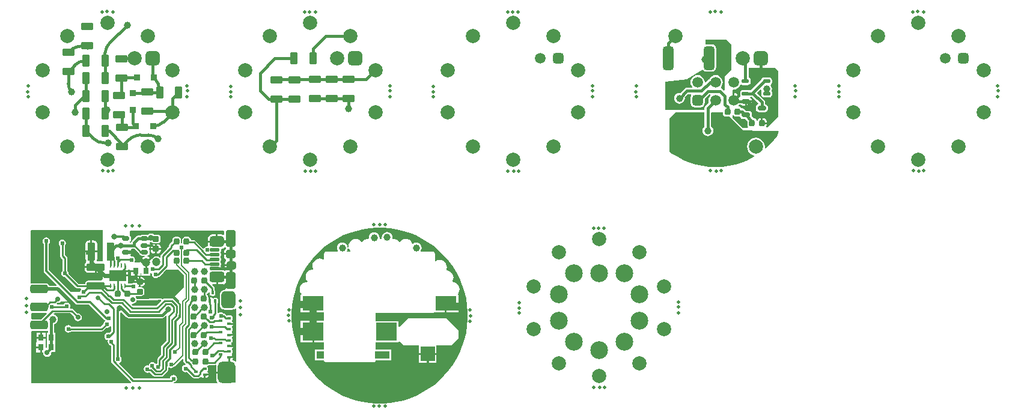
<source format=gbl>
G04 Layer_Physical_Order=2*
G04 Layer_Color=16711680*
%FSLAX25Y25*%
%MOIN*%
G70*
G01*
G75*
%ADD10C,0.01575*%
G04:AMPARAMS|DCode=11|XSize=66.93mil|YSize=43.31mil|CornerRadius=10.83mil|HoleSize=0mil|Usage=FLASHONLY|Rotation=180.000|XOffset=0mil|YOffset=0mil|HoleType=Round|Shape=RoundedRectangle|*
%AMROUNDEDRECTD11*
21,1,0.06693,0.02165,0,0,180.0*
21,1,0.04528,0.04331,0,0,180.0*
1,1,0.02165,-0.02264,0.01083*
1,1,0.02165,0.02264,0.01083*
1,1,0.02165,0.02264,-0.01083*
1,1,0.02165,-0.02264,-0.01083*
%
%ADD11ROUNDEDRECTD11*%
G04:AMPARAMS|DCode=14|XSize=35.43mil|YSize=31.5mil|CornerRadius=7.87mil|HoleSize=0mil|Usage=FLASHONLY|Rotation=180.000|XOffset=0mil|YOffset=0mil|HoleType=Round|Shape=RoundedRectangle|*
%AMROUNDEDRECTD14*
21,1,0.03543,0.01575,0,0,180.0*
21,1,0.01969,0.03150,0,0,180.0*
1,1,0.01575,-0.00984,0.00787*
1,1,0.01575,0.00984,0.00787*
1,1,0.01575,0.00984,-0.00787*
1,1,0.01575,-0.00984,-0.00787*
%
%ADD14ROUNDEDRECTD14*%
G04:AMPARAMS|DCode=15|XSize=35.43mil|YSize=31.5mil|CornerRadius=7.87mil|HoleSize=0mil|Usage=FLASHONLY|Rotation=90.000|XOffset=0mil|YOffset=0mil|HoleType=Round|Shape=RoundedRectangle|*
%AMROUNDEDRECTD15*
21,1,0.03543,0.01575,0,0,90.0*
21,1,0.01969,0.03150,0,0,90.0*
1,1,0.01575,0.00787,0.00984*
1,1,0.01575,0.00787,-0.00984*
1,1,0.01575,-0.00787,-0.00984*
1,1,0.01575,-0.00787,0.00984*
%
%ADD15ROUNDEDRECTD15*%
G04:AMPARAMS|DCode=17|XSize=66.93mil|YSize=43.31mil|CornerRadius=10.83mil|HoleSize=0mil|Usage=FLASHONLY|Rotation=270.000|XOffset=0mil|YOffset=0mil|HoleType=Round|Shape=RoundedRectangle|*
%AMROUNDEDRECTD17*
21,1,0.06693,0.02165,0,0,270.0*
21,1,0.04528,0.04331,0,0,270.0*
1,1,0.02165,-0.01083,-0.02264*
1,1,0.02165,-0.01083,0.02264*
1,1,0.02165,0.01083,0.02264*
1,1,0.02165,0.01083,-0.02264*
%
%ADD17ROUNDEDRECTD17*%
%ADD19R,0.03150X0.03543*%
G04:AMPARAMS|DCode=20|XSize=35.43mil|YSize=35.43mil|CornerRadius=8.86mil|HoleSize=0mil|Usage=FLASHONLY|Rotation=270.000|XOffset=0mil|YOffset=0mil|HoleType=Round|Shape=RoundedRectangle|*
%AMROUNDEDRECTD20*
21,1,0.03543,0.01772,0,0,270.0*
21,1,0.01772,0.03543,0,0,270.0*
1,1,0.01772,-0.00886,-0.00886*
1,1,0.01772,-0.00886,0.00886*
1,1,0.01772,0.00886,0.00886*
1,1,0.01772,0.00886,-0.00886*
%
%ADD20ROUNDEDRECTD20*%
G04:AMPARAMS|DCode=21|XSize=35.43mil|YSize=35.43mil|CornerRadius=8.86mil|HoleSize=0mil|Usage=FLASHONLY|Rotation=0.000|XOffset=0mil|YOffset=0mil|HoleType=Round|Shape=RoundedRectangle|*
%AMROUNDEDRECTD21*
21,1,0.03543,0.01772,0,0,0.0*
21,1,0.01772,0.03543,0,0,0.0*
1,1,0.01772,0.00886,-0.00886*
1,1,0.01772,-0.00886,-0.00886*
1,1,0.01772,-0.00886,0.00886*
1,1,0.01772,0.00886,0.00886*
%
%ADD21ROUNDEDRECTD21*%
G04:AMPARAMS|DCode=26|XSize=13.78mil|YSize=21.65mil|CornerRadius=3.45mil|HoleSize=0mil|Usage=FLASHONLY|Rotation=270.000|XOffset=0mil|YOffset=0mil|HoleType=Round|Shape=RoundedRectangle|*
%AMROUNDEDRECTD26*
21,1,0.01378,0.01476,0,0,270.0*
21,1,0.00689,0.02165,0,0,270.0*
1,1,0.00689,-0.00738,-0.00345*
1,1,0.00689,-0.00738,0.00345*
1,1,0.00689,0.00738,0.00345*
1,1,0.00689,0.00738,-0.00345*
%
%ADD26ROUNDEDRECTD26*%
G04:AMPARAMS|DCode=32|XSize=13.78mil|YSize=21.65mil|CornerRadius=3.45mil|HoleSize=0mil|Usage=FLASHONLY|Rotation=180.000|XOffset=0mil|YOffset=0mil|HoleType=Round|Shape=RoundedRectangle|*
%AMROUNDEDRECTD32*
21,1,0.01378,0.01476,0,0,180.0*
21,1,0.00689,0.02165,0,0,180.0*
1,1,0.00689,-0.00345,0.00738*
1,1,0.00689,0.00345,0.00738*
1,1,0.00689,0.00345,-0.00738*
1,1,0.00689,-0.00345,-0.00738*
%
%ADD32ROUNDEDRECTD32*%
G04:AMPARAMS|DCode=35|XSize=59.06mil|YSize=59.06mil|CornerRadius=14.76mil|HoleSize=0mil|Usage=FLASHONLY|Rotation=180.000|XOffset=0mil|YOffset=0mil|HoleType=Round|Shape=RoundedRectangle|*
%AMROUNDEDRECTD35*
21,1,0.05906,0.02953,0,0,180.0*
21,1,0.02953,0.05906,0,0,180.0*
1,1,0.02953,-0.01476,0.01476*
1,1,0.02953,0.01476,0.01476*
1,1,0.02953,0.01476,-0.01476*
1,1,0.02953,-0.01476,-0.01476*
%
%ADD35ROUNDEDRECTD35*%
G04:AMPARAMS|DCode=36|XSize=98.43mil|YSize=47.24mil|CornerRadius=11.81mil|HoleSize=0mil|Usage=FLASHONLY|Rotation=180.000|XOffset=0mil|YOffset=0mil|HoleType=Round|Shape=RoundedRectangle|*
%AMROUNDEDRECTD36*
21,1,0.09843,0.02362,0,0,180.0*
21,1,0.07480,0.04724,0,0,180.0*
1,1,0.02362,-0.03740,0.01181*
1,1,0.02362,0.03740,0.01181*
1,1,0.02362,0.03740,-0.01181*
1,1,0.02362,-0.03740,-0.01181*
%
%ADD36ROUNDEDRECTD36*%
%ADD40C,0.00984*%
%ADD41C,0.01181*%
%ADD42C,0.00787*%
%ADD43C,0.00906*%
%ADD44C,0.01969*%
%ADD45C,0.01969*%
%ADD46C,0.09843*%
%ADD47C,0.07874*%
%ADD48C,0.03937*%
G04:AMPARAMS|DCode=49|XSize=78.74mil|YSize=78.74mil|CornerRadius=19.69mil|HoleSize=0mil|Usage=FLASHONLY|Rotation=180.000|XOffset=0mil|YOffset=0mil|HoleType=Round|Shape=RoundedRectangle|*
%AMROUNDEDRECTD49*
21,1,0.07874,0.03937,0,0,180.0*
21,1,0.03937,0.07874,0,0,180.0*
1,1,0.03937,-0.01969,0.01969*
1,1,0.03937,0.01969,0.01969*
1,1,0.03937,0.01969,-0.01969*
1,1,0.03937,-0.01969,-0.01969*
%
%ADD49ROUNDEDRECTD49*%
%ADD50C,0.05906*%
%ADD51C,0.02362*%
%ADD52C,0.02756*%
%ADD53C,0.04724*%
%ADD54C,0.02441*%
%ADD55C,0.03150*%
%ADD56C,0.02559*%
%ADD57C,0.00800*%
%ADD58R,0.11811X0.07874*%
%ADD59R,0.11811X0.09843*%
%ADD60R,0.07874X0.03937*%
%ADD61R,0.03937X0.03937*%
%ADD62R,0.07874X0.07874*%
%ADD63C,0.03937*%
%ADD64C,0.01000*%
G04:AMPARAMS|DCode=65|XSize=131.89mil|YSize=59.06mil|CornerRadius=14.76mil|HoleSize=0mil|Usage=FLASHONLY|Rotation=270.000|XOffset=0mil|YOffset=0mil|HoleType=Round|Shape=RoundedRectangle|*
%AMROUNDEDRECTD65*
21,1,0.13189,0.02953,0,0,270.0*
21,1,0.10236,0.05906,0,0,270.0*
1,1,0.02953,-0.01476,-0.05118*
1,1,0.02953,-0.01476,0.05118*
1,1,0.02953,0.01476,0.05118*
1,1,0.02953,0.01476,-0.05118*
%
%ADD65ROUNDEDRECTD65*%
G04:AMPARAMS|DCode=66|XSize=23.62mil|YSize=45.28mil|CornerRadius=5.91mil|HoleSize=0mil|Usage=FLASHONLY|Rotation=270.000|XOffset=0mil|YOffset=0mil|HoleType=Round|Shape=RoundedRectangle|*
%AMROUNDEDRECTD66*
21,1,0.02362,0.03347,0,0,270.0*
21,1,0.01181,0.04528,0,0,270.0*
1,1,0.01181,-0.01673,-0.00591*
1,1,0.01181,-0.01673,0.00591*
1,1,0.01181,0.01673,0.00591*
1,1,0.01181,0.01673,-0.00591*
%
%ADD66ROUNDEDRECTD66*%
G04:AMPARAMS|DCode=67|XSize=39.37mil|YSize=21.65mil|CornerRadius=5.41mil|HoleSize=0mil|Usage=FLASHONLY|Rotation=180.000|XOffset=0mil|YOffset=0mil|HoleType=Round|Shape=RoundedRectangle|*
%AMROUNDEDRECTD67*
21,1,0.03937,0.01083,0,0,180.0*
21,1,0.02854,0.02165,0,0,180.0*
1,1,0.01083,-0.01427,0.00541*
1,1,0.01083,0.01427,0.00541*
1,1,0.01083,0.01427,-0.00541*
1,1,0.01083,-0.01427,-0.00541*
%
%ADD67ROUNDEDRECTD67*%
%ADD68R,0.09370X0.06496*%
G04:AMPARAMS|DCode=69|XSize=9.84mil|YSize=27.56mil|CornerRadius=2.46mil|HoleSize=0mil|Usage=FLASHONLY|Rotation=0.000|XOffset=0mil|YOffset=0mil|HoleType=Round|Shape=RoundedRectangle|*
%AMROUNDEDRECTD69*
21,1,0.00984,0.02264,0,0,0.0*
21,1,0.00492,0.02756,0,0,0.0*
1,1,0.00492,0.00246,-0.01132*
1,1,0.00492,-0.00246,-0.01132*
1,1,0.00492,-0.00246,0.01132*
1,1,0.00492,0.00246,0.01132*
%
%ADD69ROUNDEDRECTD69*%
G04:AMPARAMS|DCode=70|XSize=102.36mil|YSize=43.31mil|CornerRadius=10.83mil|HoleSize=0mil|Usage=FLASHONLY|Rotation=90.000|XOffset=0mil|YOffset=0mil|HoleType=Round|Shape=RoundedRectangle|*
%AMROUNDEDRECTD70*
21,1,0.10236,0.02165,0,0,90.0*
21,1,0.08071,0.04331,0,0,90.0*
1,1,0.02165,0.01083,0.04035*
1,1,0.02165,0.01083,-0.04035*
1,1,0.02165,-0.01083,-0.04035*
1,1,0.02165,-0.01083,0.04035*
%
%ADD70ROUNDEDRECTD70*%
G04:AMPARAMS|DCode=71|XSize=102.36mil|YSize=43.31mil|CornerRadius=10.83mil|HoleSize=0mil|Usage=FLASHONLY|Rotation=0.000|XOffset=0mil|YOffset=0mil|HoleType=Round|Shape=RoundedRectangle|*
%AMROUNDEDRECTD71*
21,1,0.10236,0.02165,0,0,0.0*
21,1,0.08071,0.04331,0,0,0.0*
1,1,0.02165,0.04035,-0.01083*
1,1,0.02165,-0.04035,-0.01083*
1,1,0.02165,-0.04035,0.01083*
1,1,0.02165,0.04035,0.01083*
%
%ADD71ROUNDEDRECTD71*%
G04:AMPARAMS|DCode=72|XSize=23.62mil|YSize=41.34mil|CornerRadius=5.91mil|HoleSize=0mil|Usage=FLASHONLY|Rotation=90.000|XOffset=0mil|YOffset=0mil|HoleType=Round|Shape=RoundedRectangle|*
%AMROUNDEDRECTD72*
21,1,0.02362,0.02953,0,0,90.0*
21,1,0.01181,0.04134,0,0,90.0*
1,1,0.01181,0.01476,0.00591*
1,1,0.01181,0.01476,-0.00591*
1,1,0.01181,-0.01476,-0.00591*
1,1,0.01181,-0.01476,0.00591*
%
%ADD72ROUNDEDRECTD72*%
G04:AMPARAMS|DCode=73|XSize=93.5mil|YSize=55.12mil|CornerRadius=13.78mil|HoleSize=0mil|Usage=FLASHONLY|Rotation=270.000|XOffset=0mil|YOffset=0mil|HoleType=Round|Shape=RoundedRectangle|*
%AMROUNDEDRECTD73*
21,1,0.09350,0.02756,0,0,270.0*
21,1,0.06594,0.05512,0,0,270.0*
1,1,0.02756,-0.01378,-0.03297*
1,1,0.02756,-0.01378,0.03297*
1,1,0.02756,0.01378,0.03297*
1,1,0.02756,0.01378,-0.03297*
%
%ADD73ROUNDEDRECTD73*%
G04:AMPARAMS|DCode=74|XSize=46.26mil|YSize=55.12mil|CornerRadius=11.57mil|HoleSize=0mil|Usage=FLASHONLY|Rotation=270.000|XOffset=0mil|YOffset=0mil|HoleType=Round|Shape=RoundedRectangle|*
%AMROUNDEDRECTD74*
21,1,0.04626,0.03199,0,0,270.0*
21,1,0.02313,0.05512,0,0,270.0*
1,1,0.02313,-0.01599,-0.01157*
1,1,0.02313,-0.01599,0.01157*
1,1,0.02313,0.01599,0.01157*
1,1,0.02313,0.01599,-0.01157*
%
%ADD74ROUNDEDRECTD74*%
G04:AMPARAMS|DCode=75|XSize=46.26mil|YSize=51.18mil|CornerRadius=11.57mil|HoleSize=0mil|Usage=FLASHONLY|Rotation=270.000|XOffset=0mil|YOffset=0mil|HoleType=Round|Shape=RoundedRectangle|*
%AMROUNDEDRECTD75*
21,1,0.04626,0.02805,0,0,270.0*
21,1,0.02313,0.05118,0,0,270.0*
1,1,0.02313,-0.01403,-0.01157*
1,1,0.02313,-0.01403,0.01157*
1,1,0.02313,0.01403,0.01157*
1,1,0.02313,0.01403,-0.01157*
%
%ADD75ROUNDEDRECTD75*%
G04:AMPARAMS|DCode=76|XSize=58.07mil|YSize=78.74mil|CornerRadius=14.52mil|HoleSize=0mil|Usage=FLASHONLY|Rotation=270.000|XOffset=0mil|YOffset=0mil|HoleType=Round|Shape=RoundedRectangle|*
%AMROUNDEDRECTD76*
21,1,0.05807,0.04971,0,0,270.0*
21,1,0.02904,0.07874,0,0,270.0*
1,1,0.02904,-0.02485,-0.01452*
1,1,0.02904,-0.02485,0.01452*
1,1,0.02904,0.02485,0.01452*
1,1,0.02904,0.02485,-0.01452*
%
%ADD76ROUNDEDRECTD76*%
G04:AMPARAMS|DCode=77|XSize=58.07mil|YSize=82.68mil|CornerRadius=14.52mil|HoleSize=0mil|Usage=FLASHONLY|Rotation=270.000|XOffset=0mil|YOffset=0mil|HoleType=Round|Shape=RoundedRectangle|*
%AMROUNDEDRECTD77*
21,1,0.05807,0.05364,0,0,270.0*
21,1,0.02904,0.08268,0,0,270.0*
1,1,0.02904,-0.02682,-0.01452*
1,1,0.02904,-0.02682,0.01452*
1,1,0.02904,0.02682,0.01452*
1,1,0.02904,0.02682,-0.01452*
%
%ADD77ROUNDEDRECTD77*%
G04:AMPARAMS|DCode=78|XSize=17.72mil|YSize=54.33mil|CornerRadius=4.43mil|HoleSize=0mil|Usage=FLASHONLY|Rotation=90.000|XOffset=0mil|YOffset=0mil|HoleType=Round|Shape=RoundedRectangle|*
%AMROUNDEDRECTD78*
21,1,0.01772,0.04547,0,0,90.0*
21,1,0.00886,0.05433,0,0,90.0*
1,1,0.00886,0.02274,0.00443*
1,1,0.00886,0.02274,-0.00443*
1,1,0.00886,-0.02274,-0.00443*
1,1,0.00886,-0.02274,0.00443*
%
%ADD78ROUNDEDRECTD78*%
G04:AMPARAMS|DCode=79|XSize=78.74mil|YSize=94.49mil|CornerRadius=19.69mil|HoleSize=0mil|Usage=FLASHONLY|Rotation=180.000|XOffset=0mil|YOffset=0mil|HoleType=Round|Shape=RoundedRectangle|*
%AMROUNDEDRECTD79*
21,1,0.07874,0.05512,0,0,180.0*
21,1,0.03937,0.09449,0,0,180.0*
1,1,0.03937,-0.01969,0.02756*
1,1,0.03937,0.01969,0.02756*
1,1,0.03937,0.01969,-0.02756*
1,1,0.03937,-0.01969,-0.02756*
%
%ADD79ROUNDEDRECTD79*%
G04:AMPARAMS|DCode=80|XSize=118.11mil|YSize=98.43mil|CornerRadius=24.61mil|HoleSize=0mil|Usage=FLASHONLY|Rotation=270.000|XOffset=0mil|YOffset=0mil|HoleType=Round|Shape=RoundedRectangle|*
%AMROUNDEDRECTD80*
21,1,0.11811,0.04921,0,0,270.0*
21,1,0.06890,0.09843,0,0,270.0*
1,1,0.04921,-0.02461,-0.03445*
1,1,0.04921,-0.02461,0.03445*
1,1,0.04921,0.02461,0.03445*
1,1,0.04921,0.02461,-0.03445*
%
%ADD80ROUNDEDRECTD80*%
%ADD81C,0.02362*%
%ADD82C,0.01378*%
G36*
X407849Y220473D02*
Y206398D01*
X404306Y202854D01*
Y197343D01*
Y195191D01*
X403806Y194984D01*
X402828Y195962D01*
X402292Y196320D01*
X402218Y196499D01*
X402157Y196880D01*
X402725Y197621D01*
X403122Y198579D01*
X403257Y199606D01*
X403122Y200634D01*
X402725Y201592D01*
X402094Y202414D01*
X401272Y203045D01*
X400314Y203442D01*
X399286Y203577D01*
X398259Y203442D01*
X397301Y203045D01*
X396479Y202414D01*
X395847Y201592D01*
X395732Y201313D01*
X395544Y201275D01*
X394958Y200884D01*
X393752Y199678D01*
X393224Y199857D01*
X393122Y200634D01*
X392725Y201592D01*
X392094Y202414D01*
X391272Y203045D01*
X390314Y203442D01*
X389286Y203577D01*
X388259Y203442D01*
X387301Y203045D01*
X386478Y202414D01*
X385847Y201592D01*
X385451Y200634D01*
X385315Y199606D01*
X385451Y198579D01*
X385847Y197621D01*
X386255Y197090D01*
X386008Y196590D01*
X383243D01*
X382552Y196452D01*
X381966Y196061D01*
X379582Y193677D01*
X379208Y193726D01*
X378437Y193625D01*
X377719Y193327D01*
X377102Y192854D01*
X376628Y192237D01*
X376331Y191519D01*
X376229Y190748D01*
X376331Y189977D01*
X376628Y189259D01*
X377102Y188642D01*
X377719Y188169D01*
X378437Y187871D01*
X379208Y187770D01*
X379978Y187871D01*
X380697Y188169D01*
X381314Y188642D01*
X381787Y189259D01*
X382084Y189977D01*
X382186Y190748D01*
X382137Y191122D01*
X383991Y192977D01*
X385515D01*
X385782Y192477D01*
X385492Y192043D01*
X385301Y191083D01*
Y188130D01*
X385492Y187170D01*
X386036Y186356D01*
X386850Y185812D01*
X387810Y185621D01*
X390763D01*
X391723Y185812D01*
X392537Y186356D01*
X393081Y187170D01*
X393272Y188130D01*
Y190469D01*
X395681Y192879D01*
X396321D01*
X396405Y192632D01*
X396451Y192379D01*
X395847Y191592D01*
X395451Y190634D01*
X395315Y189606D01*
X395451Y188579D01*
X395525Y188400D01*
X393580Y186454D01*
X393188Y185869D01*
X393051Y185177D01*
Y184220D01*
X371589Y184155D01*
X371235Y184508D01*
Y200098D01*
X383243Y201181D01*
X392129Y206567D01*
X392375Y206199D01*
X393189Y205655D01*
X394149Y205464D01*
X397102D01*
X398062Y205655D01*
X398876Y206199D01*
X399420Y207012D01*
X399611Y207973D01*
Y218209D01*
X399420Y219169D01*
X398876Y219983D01*
X398062Y220527D01*
X397102Y220718D01*
X394149D01*
X393957Y220679D01*
X393578Y221005D01*
X393676Y223327D01*
X404995D01*
X407849Y220473D01*
D02*
G37*
G36*
X433834Y206102D02*
Y180413D01*
X427977Y174557D01*
X427622Y174595D01*
X427380Y175088D01*
X427447Y175189D01*
X427585Y175886D01*
Y176370D01*
X424975D01*
Y176870D01*
X424475D01*
Y179677D01*
X424188D01*
X423491Y179538D01*
X422899Y179143D01*
X422504Y178552D01*
X422466Y178361D01*
X421956D01*
X421920Y178546D01*
X421528Y179132D01*
X420942Y179523D01*
X420448Y179622D01*
X419275Y180794D01*
X419298Y180905D01*
Y182087D01*
X419175Y182701D01*
X418827Y183222D01*
X418306Y183570D01*
X417692Y183692D01*
X416377D01*
X415426Y184643D01*
X414840Y185035D01*
X414149Y185172D01*
X413762D01*
X413457Y185628D01*
X412871Y186019D01*
X412180Y186157D01*
X412062D01*
X411901Y186630D01*
X412106Y186787D01*
X412530Y187340D01*
X413141Y187326D01*
X413199Y187239D01*
X413725Y186888D01*
X414346Y186764D01*
X415519D01*
Y188976D01*
X416019D01*
Y189476D01*
X419314D01*
Y189567D01*
X419190Y190188D01*
X418839Y190714D01*
X418409Y191001D01*
X418490Y191495D01*
X418492Y191501D01*
X419306D01*
X422921Y187886D01*
X422793Y187351D01*
X422589Y187310D01*
X422068Y186962D01*
X421720Y186441D01*
X421598Y185827D01*
Y184646D01*
X421720Y184031D01*
X422068Y183510D01*
X422589Y183162D01*
X423204Y183040D01*
X426550D01*
X427165Y183162D01*
X427686Y183510D01*
X428034Y184031D01*
X428156Y184646D01*
Y185827D01*
X428034Y186441D01*
X427686Y186962D01*
X427165Y187310D01*
X426683Y187406D01*
Y188484D01*
X426546Y189175D01*
X426154Y189762D01*
X422264Y193652D01*
X424102Y195489D01*
X424629Y195310D01*
X424658Y195095D01*
X424829Y194682D01*
X424670Y194444D01*
X424552Y193849D01*
Y192766D01*
X424670Y192171D01*
X425007Y191666D01*
X425512Y191329D01*
X426107Y191210D01*
X428962D01*
X429557Y191329D01*
X430061Y191666D01*
X430399Y192171D01*
X430517Y192766D01*
Y193849D01*
X430399Y194444D01*
X430240Y194682D01*
X430411Y195095D01*
X430513Y195866D01*
X430411Y196637D01*
X430114Y197355D01*
X429779Y197792D01*
X429821Y198331D01*
X429869Y198427D01*
X430061Y198556D01*
X430399Y199060D01*
X430517Y199655D01*
Y200738D01*
X430399Y201333D01*
X430061Y201838D01*
X429557Y202175D01*
X428962Y202294D01*
X426107D01*
X425512Y202175D01*
X425007Y201838D01*
X424670Y201333D01*
X424629Y201125D01*
X418617Y195114D01*
X418003D01*
X417746Y195285D01*
X417151Y195404D01*
X414296D01*
X413701Y195285D01*
X413196Y194948D01*
X412859Y194444D01*
X412741Y193849D01*
Y192766D01*
X412834Y192298D01*
X412366Y192086D01*
X412106Y192426D01*
X411280Y193059D01*
X410318Y193457D01*
X409786Y193527D01*
Y189606D01*
X408786D01*
Y193656D01*
X408538Y193874D01*
Y195355D01*
X408914Y195684D01*
X409286Y195635D01*
X410314Y195771D01*
X411272Y196167D01*
X412094Y196798D01*
X412725Y197621D01*
X412936Y198128D01*
X413555Y198316D01*
X413701Y198219D01*
X414296Y198100D01*
X417151D01*
X417746Y198219D01*
X418251Y198556D01*
X418588Y199060D01*
X418706Y199655D01*
Y200738D01*
X418588Y201333D01*
X418251Y201838D01*
X417746Y202175D01*
X417530Y202218D01*
Y207677D01*
X432259D01*
X433834Y206102D01*
D02*
G37*
G36*
X409328Y181105D02*
X409914Y180713D01*
X410605Y180576D01*
X412180D01*
X412435Y180626D01*
X412851Y180348D01*
X412862Y180291D01*
X413210Y179770D01*
X413731Y179422D01*
X414346Y179300D01*
X415660D01*
X416909Y178051D01*
X416870Y177854D01*
Y175886D01*
X417007Y175195D01*
X417198Y174909D01*
X416931Y174409D01*
X414050D01*
X408538Y179921D01*
Y181386D01*
X409038Y181538D01*
X409328Y181105D01*
D02*
G37*
G36*
X393051Y182877D02*
Y174996D01*
X392850Y174841D01*
X392376Y174224D01*
X392079Y173506D01*
X391977Y172735D01*
X392079Y171964D01*
X392376Y171246D01*
X392850Y170629D01*
X393466Y170156D01*
X394185Y169858D01*
X394955Y169757D01*
X395726Y169858D01*
X396445Y170156D01*
X397061Y170629D01*
X397535Y171246D01*
X397832Y171964D01*
X397934Y172735D01*
X397832Y173506D01*
X397535Y174224D01*
X397061Y174841D01*
X396664Y175146D01*
Y182509D01*
X397018Y182862D01*
X403287Y182837D01*
Y182382D01*
X403425Y181691D01*
X403816Y181105D01*
X404402Y180713D01*
X405093Y180576D01*
X406668D01*
X407082Y180658D01*
X414346Y173031D01*
X419365D01*
X419857Y172539D01*
X433882D01*
X434164Y172126D01*
X433194Y169659D01*
X431549Y167515D01*
X429067Y164806D01*
X426963Y162878D01*
X426491Y163124D01*
X426586Y163844D01*
X426417Y165129D01*
X425921Y166326D01*
X425132Y167354D01*
X424104Y168143D01*
X422907Y168639D01*
X421622Y168808D01*
X420337Y168639D01*
X419140Y168143D01*
X418112Y167354D01*
X417323Y166326D01*
X416828Y165129D01*
X416658Y163844D01*
X416828Y162559D01*
X417323Y161362D01*
X418112Y160334D01*
X419140Y159545D01*
X420337Y159049D01*
X420766Y158993D01*
X420861Y158502D01*
X418146Y156969D01*
X417085Y156416D01*
X413691Y155010D01*
X410187Y153906D01*
X406600Y153110D01*
X402957Y152631D01*
X399286Y152471D01*
X395616Y152631D01*
X391973Y153110D01*
X388386Y153906D01*
X384882Y155010D01*
X381487Y156416D01*
X378228Y158113D01*
X375130Y160087D01*
X373696Y161187D01*
Y179626D01*
X377008Y182939D01*
X393051Y182877D01*
D02*
G37*
G36*
X126361Y117349D02*
X126732Y116848D01*
X126611Y116240D01*
Y115024D01*
X126170Y114788D01*
X125954Y114933D01*
X124997Y115123D01*
X123012D01*
Y111171D01*
X122512D01*
Y110671D01*
X117527D01*
Y109720D01*
X117677Y108966D01*
X117627Y108845D01*
X117393Y108518D01*
X117317Y108461D01*
X116700Y108338D01*
X116035Y107895D01*
X115732Y107440D01*
X115139Y107326D01*
X110765Y111700D01*
X110342Y111983D01*
X109843Y112082D01*
X108200D01*
Y112254D01*
X108078Y112868D01*
X107730Y113389D01*
X107209Y113737D01*
X106595Y113860D01*
X105020D01*
X104405Y113737D01*
X103884Y113389D01*
X103536Y112868D01*
X103414Y112254D01*
Y110400D01*
X103301Y110264D01*
X103132D01*
X102688Y110717D01*
Y112254D01*
X102566Y112868D01*
X102218Y113389D01*
X101697Y113737D01*
X101083Y113860D01*
X99508D01*
X98893Y113737D01*
X98373Y113389D01*
X98024Y112868D01*
X97902Y112254D01*
Y111320D01*
X97050Y110468D01*
X96632Y110188D01*
X96459Y110016D01*
X96177Y109593D01*
X96077Y109094D01*
Y108511D01*
X95107Y107541D01*
X94939Y107429D01*
X91836Y104325D01*
X91553Y103902D01*
X91453Y103402D01*
Y102627D01*
X90953Y102381D01*
X90663Y102604D01*
X89897Y102921D01*
X89075Y103029D01*
X88253Y102921D01*
X87486Y102604D01*
X86829Y102099D01*
X86556Y101744D01*
X85927Y101743D01*
X85764Y101955D01*
X85062Y102494D01*
X84244Y102833D01*
X83960Y102870D01*
X83957Y103369D01*
X84494Y103476D01*
X84950Y103780D01*
X85255Y104236D01*
X85362Y104774D01*
Y105955D01*
X85255Y106492D01*
X84950Y106948D01*
X85140Y107422D01*
X85455Y107893D01*
X85578Y108514D01*
Y108604D01*
X82480D01*
Y109604D01*
X85578D01*
Y109695D01*
X85455Y110316D01*
X85273Y110587D01*
X85574Y111037D01*
X86122Y110928D01*
X86477Y110999D01*
X86660Y110725D01*
X87181Y110377D01*
X87795Y110255D01*
X89764D01*
X90378Y110377D01*
X90899Y110725D01*
X91247Y111246D01*
X91369Y111860D01*
Y113435D01*
X91247Y114050D01*
X90899Y114570D01*
X90378Y114919D01*
X89764Y115041D01*
X87824D01*
X87044Y115562D01*
X86122Y115745D01*
X85200Y115562D01*
X84419Y115040D01*
X84247Y114782D01*
X83957Y114840D01*
X81004D01*
X80466Y114733D01*
X80043Y114450D01*
X78937D01*
X78937Y114450D01*
X78323Y114328D01*
X77802Y113980D01*
X77802Y113980D01*
X75538Y111716D01*
X75190Y111195D01*
X75095Y110720D01*
X74613Y110496D01*
X74347Y110613D01*
X74324Y111131D01*
X74517Y111261D01*
X74822Y111716D01*
X74929Y112254D01*
Y113435D01*
X74822Y113973D01*
X74517Y114429D01*
X74213Y114632D01*
Y117081D01*
X74567Y117434D01*
X126361Y117349D01*
D02*
G37*
G36*
X79554Y104442D02*
X79682Y104356D01*
X79706Y104236D01*
X80010Y103780D01*
X80466Y103476D01*
X81004Y103369D01*
X82729D01*
X82761Y102869D01*
X82488Y102833D01*
X81670Y102494D01*
X80968Y101955D01*
X80429Y101253D01*
X80090Y100435D01*
X79975Y99557D01*
X79914Y99488D01*
X77176D01*
X76909Y99988D01*
X77088Y100256D01*
X77244Y101040D01*
X77088Y101823D01*
X76644Y102487D01*
X75980Y102931D01*
X75197Y103087D01*
X75160Y103080D01*
X74609Y103477D01*
X74596Y103578D01*
X74670Y103627D01*
X75022Y104153D01*
X75145Y104774D01*
Y104864D01*
X72047D01*
Y105864D01*
X75145D01*
Y105955D01*
X75022Y106575D01*
X74934Y106707D01*
X75201Y107207D01*
X76319D01*
X76319Y107207D01*
X76710Y107285D01*
X79554Y104442D01*
D02*
G37*
G36*
X59449Y117439D02*
X59449Y100303D01*
X56122D01*
X55886Y100744D01*
X55997Y100910D01*
X56159Y101723D01*
Y105258D01*
X52953D01*
X49747D01*
Y101723D01*
X49908Y100910D01*
X50188Y100491D01*
X50111Y99837D01*
X49876Y99681D01*
X49416Y98992D01*
X49255Y98179D01*
Y97597D01*
X55413D01*
Y97097D01*
X55913D01*
Y93890D01*
X59449D01*
Y90502D01*
X58403Y89456D01*
X51378D01*
X50648Y89311D01*
X50030Y88898D01*
X49616Y88279D01*
X49515Y87771D01*
X45914D01*
X40301Y93385D01*
X40335Y93553D01*
X40179Y94337D01*
X39735Y95001D01*
X39592Y95096D01*
Y101924D01*
X39493Y102423D01*
X39210Y102846D01*
X38214Y103842D01*
Y108742D01*
X38357Y108838D01*
X38801Y109502D01*
X38957Y110285D01*
X38801Y111069D01*
X38357Y111733D01*
X37693Y112177D01*
X36909Y112333D01*
X36126Y112177D01*
X35462Y111733D01*
X35018Y111069D01*
X34862Y110285D01*
X35018Y109502D01*
X35462Y108838D01*
X35605Y108742D01*
Y103302D01*
X35704Y102803D01*
X35987Y102379D01*
X36983Y101383D01*
Y95096D01*
X36840Y95001D01*
X36396Y94337D01*
X36240Y93553D01*
X36396Y92770D01*
X36840Y92106D01*
X37504Y91662D01*
X38287Y91506D01*
X38456Y91540D01*
X44451Y85544D01*
X44875Y85261D01*
X45374Y85162D01*
X47036D01*
X47204Y84662D01*
X46829Y84100D01*
X46673Y83317D01*
X41521D01*
X29358Y95480D01*
Y109991D01*
X29400Y110019D01*
X29844Y110683D01*
X30000Y111467D01*
X29844Y112250D01*
X29400Y112914D01*
X28736Y113358D01*
X27953Y113514D01*
X27169Y113358D01*
X26505Y112914D01*
X26061Y112250D01*
X25905Y111467D01*
X26061Y110683D01*
X26505Y110019D01*
X26548Y109991D01*
Y94898D01*
X26655Y94361D01*
X26959Y93905D01*
X33792Y87072D01*
X33601Y86610D01*
X29737D01*
X29709Y86752D01*
X29274Y87404D01*
X28622Y87839D01*
X27854Y87991D01*
X20374D01*
X19693Y87856D01*
X19193Y88118D01*
Y117181D01*
X19547Y117534D01*
X59449Y117439D01*
D02*
G37*
G36*
X127343Y107917D02*
X127545Y107782D01*
Y107282D01*
X127259Y107091D01*
X126783Y106378D01*
X126615Y105536D01*
Y104880D01*
X130413D01*
Y103880D01*
X126615D01*
Y103224D01*
X126783Y102382D01*
X127259Y101669D01*
X127736Y101350D01*
X127758Y100764D01*
X127653Y100694D01*
X127176Y99980D01*
X127009Y99139D01*
Y98482D01*
X130610D01*
Y97482D01*
X127009D01*
Y96826D01*
X127176Y95985D01*
X127501Y95499D01*
X127401Y94991D01*
X127013Y94803D01*
X126347Y95248D01*
X125391Y95438D01*
X125346D01*
X125122Y95711D01*
X121331D01*
Y96711D01*
X125064D01*
X124963Y97217D01*
X124653Y97682D01*
X124763Y97847D01*
X124859Y98327D01*
Y99213D01*
X124763Y99693D01*
X124525Y100049D01*
X124763Y100406D01*
X124859Y100886D01*
Y101772D01*
X124763Y102252D01*
X124525Y102608D01*
X124763Y102965D01*
X124859Y103445D01*
Y104331D01*
X124763Y104811D01*
X124525Y105167D01*
X124763Y105524D01*
X124859Y106004D01*
Y106890D01*
X125291Y107278D01*
X125954Y107410D01*
X126765Y107952D01*
X126786Y107984D01*
X127209D01*
X127343Y107917D01*
D02*
G37*
G36*
X104308Y92599D02*
Y85951D01*
X99410Y81053D01*
X97944Y79588D01*
X97585Y79659D01*
X93656D01*
X93157Y79560D01*
X92779Y79307D01*
X92707Y79275D01*
X92614Y79267D01*
X92150Y79362D01*
X92149Y79363D01*
X92144Y79368D01*
X92016Y79450D01*
X91888Y79533D01*
X91884Y79534D01*
X91880Y79536D01*
X91730Y79563D01*
X91580Y79591D01*
X91576Y79590D01*
X91572Y79591D01*
X78011Y79303D01*
X77925Y79733D01*
X77526Y80331D01*
X77706Y80831D01*
X78995D01*
X79495Y80931D01*
X79632Y81022D01*
X80807D01*
X81422Y81145D01*
X81942Y81493D01*
X82291Y82014D01*
X82413Y82628D01*
Y84203D01*
X82291Y84817D01*
X81942Y85338D01*
X81422Y85686D01*
X80807Y85808D01*
X79079D01*
X78906Y86077D01*
X79061Y86317D01*
X79323D01*
Y88427D01*
X76852D01*
X76516Y88152D01*
X76181Y88219D01*
X75398Y88063D01*
X75256Y87968D01*
X73779D01*
X73303Y88026D01*
Y91774D01*
X67618D01*
Y92774D01*
X73303D01*
Y95522D01*
X74214D01*
Y95325D01*
X75083Y94994D01*
Y92159D01*
X80232D01*
Y93750D01*
X80807D01*
Y92372D01*
X85532D01*
Y93750D01*
X86283D01*
X86694Y93250D01*
X86637Y92966D01*
X86793Y92182D01*
X87237Y91518D01*
X87901Y91074D01*
X88684Y90918D01*
X89468Y91074D01*
X90132Y91518D01*
X90264Y91715D01*
X90493Y91760D01*
X90916Y92043D01*
X92622Y93750D01*
X93017D01*
Y94144D01*
X94394Y95522D01*
X101385D01*
X104308Y92599D01*
D02*
G37*
G36*
X123209Y87535D02*
X125391D01*
X126111Y87678D01*
X126611Y87346D01*
Y86417D01*
X126795Y85490D01*
X127174Y84923D01*
X127020Y84550D01*
X126918Y84417D01*
X126249Y84329D01*
X125579Y84051D01*
X125003Y83609D01*
X124561Y83034D01*
X124284Y82363D01*
X124189Y81644D01*
Y76132D01*
X124284Y75412D01*
X124561Y74742D01*
X125003Y74166D01*
X125579Y73725D01*
X126249Y73447D01*
X126969Y73352D01*
X130905D01*
X131625Y73447D01*
X132295Y73725D01*
X132866Y74163D01*
X132890Y74160D01*
X133366Y73990D01*
X133366Y44856D01*
X132866Y44609D01*
X132355Y45001D01*
X131514Y45350D01*
X131410Y45364D01*
X131315Y45509D01*
X131211Y45894D01*
X131434Y46227D01*
X131507Y46597D01*
X129429D01*
Y47597D01*
X131507D01*
X131434Y47966D01*
X131137Y48410D01*
X131005Y48498D01*
X130984Y49080D01*
X130997Y49105D01*
X131234Y49460D01*
X131321Y49902D01*
Y50591D01*
X131234Y51032D01*
X131057Y51296D01*
X131050Y51696D01*
X131103Y51928D01*
X131137Y51951D01*
X131434Y52395D01*
X131507Y52764D01*
X129429D01*
Y53764D01*
X131507D01*
X131434Y54134D01*
X131137Y54578D01*
X131005Y54667D01*
X130984Y55248D01*
X130997Y55273D01*
X131234Y55628D01*
X131321Y56070D01*
Y56759D01*
X131234Y57200D01*
X131057Y57464D01*
X131050Y57864D01*
X131103Y58096D01*
X131137Y58119D01*
X131434Y58563D01*
X131507Y58933D01*
X129429D01*
Y59933D01*
X131507D01*
X131434Y60302D01*
X131137Y60746D01*
X131005Y60834D01*
X130984Y61416D01*
X130997Y61441D01*
X131234Y61796D01*
X131321Y62238D01*
Y62927D01*
X131234Y63368D01*
X131057Y63632D01*
X131050Y64032D01*
X131103Y64264D01*
X131137Y64287D01*
X131434Y64731D01*
X131507Y65101D01*
X129429D01*
Y66101D01*
X131507D01*
X131434Y66470D01*
X131137Y66914D01*
X131005Y67002D01*
X130984Y67584D01*
X130997Y67609D01*
X131234Y67964D01*
X131321Y68406D01*
Y69095D01*
X131234Y69536D01*
X130983Y69911D01*
X130609Y70161D01*
X130167Y70249D01*
X128691D01*
X128249Y70161D01*
X128096Y70058D01*
X127298Y70856D01*
X126875Y71138D01*
X126461Y71221D01*
X126354Y71381D01*
X125690Y71825D01*
X124907Y71980D01*
X124123Y71825D01*
X123556Y71446D01*
X123207Y71560D01*
X123056Y71667D01*
Y76860D01*
X123163Y77019D01*
X123250Y77461D01*
Y78937D01*
X123163Y79379D01*
X122913Y79753D01*
X122538Y80003D01*
X122097Y80091D01*
X121407D01*
X120966Y80003D01*
X120611Y79766D01*
X120586Y79753D01*
X120004Y79774D01*
X119916Y79906D01*
X119471Y80204D01*
X119102Y80277D01*
Y78199D01*
X118102D01*
Y80363D01*
X117699Y80707D01*
X117625Y81077D01*
X117277Y81598D01*
X117113Y81708D01*
X117129Y82183D01*
X117181Y82205D01*
X117757Y82647D01*
X118179Y83196D01*
X118230Y83200D01*
X118679Y82982D01*
Y82185D01*
X118766Y81744D01*
X119017Y81369D01*
X119391Y81119D01*
X119833Y81031D01*
X120522D01*
X120963Y81119D01*
X121338Y81369D01*
X121588Y81744D01*
X121676Y82185D01*
Y83662D01*
X121588Y84103D01*
X121383Y84409D01*
Y85187D01*
X121284Y85686D01*
X121001Y86110D01*
X120076Y87035D01*
X120283Y87535D01*
X122209D01*
Y91486D01*
X123209D01*
Y87535D01*
D02*
G37*
G36*
X91533Y78783D02*
X91604Y78668D01*
X91673Y78321D01*
X91664Y78244D01*
X91663Y78236D01*
X91644Y78187D01*
X88925Y75468D01*
X76083D01*
X75256Y76296D01*
X75502Y76757D01*
X75886Y76680D01*
X76731Y76848D01*
X77447Y77327D01*
X77925Y78043D01*
X78016Y78500D01*
X88260Y78717D01*
X91514Y78787D01*
X91533Y78783D01*
D02*
G37*
G36*
X20374Y71615D02*
X27854D01*
X27915Y71627D01*
X28162Y71166D01*
X24987Y67991D01*
X20374D01*
X20170Y67951D01*
X19783Y68268D01*
Y71338D01*
X20170Y71656D01*
X20374Y71615D01*
D02*
G37*
G36*
X44190Y76674D02*
X44646Y76369D01*
X45184Y76262D01*
X51721D01*
X60227Y67757D01*
X60523Y67559D01*
X60579Y67064D01*
X60557Y66981D01*
X60365Y66853D01*
X59922Y66189D01*
X59786Y65508D01*
X58231Y63952D01*
X41867D01*
X41705Y64195D01*
X41040Y64639D01*
X40257Y64795D01*
X39474Y64639D01*
X38809Y64195D01*
X38366Y63531D01*
X38210Y62748D01*
X38366Y61964D01*
X38809Y61300D01*
X39474Y60856D01*
X40257Y60701D01*
X41040Y60856D01*
X41076Y60880D01*
X41362Y60937D01*
X41785Y61220D01*
X41909Y61343D01*
X58771D01*
X59271Y61442D01*
X59694Y61725D01*
X61407Y63439D01*
X61813Y63358D01*
X62597Y63514D01*
X63261Y63958D01*
X63451Y64243D01*
X63951Y64091D01*
Y61515D01*
X63008Y60571D01*
X62735Y60754D01*
X62236Y60853D01*
X61737Y60754D01*
X61313Y60471D01*
X61277Y60417D01*
X60788Y60090D01*
X60344Y59426D01*
X60189Y58643D01*
X60344Y57859D01*
X60788Y57195D01*
X61452Y56751D01*
X61763Y56689D01*
X62186Y56444D01*
X62030Y55661D01*
X62186Y54877D01*
X62629Y54213D01*
X63294Y53769D01*
X63465Y53735D01*
X63912Y53289D01*
Y44782D01*
X64011Y44282D01*
X64294Y43859D01*
X75123Y33030D01*
X75100Y32843D01*
X74950Y32530D01*
X19783D01*
X19783Y61339D01*
X20170Y61656D01*
X20374Y61615D01*
X27854D01*
X28505Y61744D01*
X29005Y61468D01*
Y60482D01*
X28248D01*
Y55364D01*
X28248Y55364D01*
X28165Y55061D01*
X28165Y55061D01*
X28165Y54899D01*
Y52182D01*
X28091Y52147D01*
X27591Y52464D01*
Y55152D01*
X27673D01*
Y57423D01*
X25098D01*
X22524D01*
Y55274D01*
X22441D01*
Y53002D01*
X25016D01*
Y52502D01*
X25516D01*
Y49730D01*
X26015D01*
X26238Y49460D01*
X26406Y48615D01*
X26884Y47899D01*
X27600Y47420D01*
X28445Y47252D01*
X29290Y47420D01*
X30007Y47899D01*
X30485Y48615D01*
X30653Y49460D01*
X30633Y49560D01*
X30972Y49943D01*
X32890D01*
Y55061D01*
X32890Y55061D01*
X32972Y55364D01*
X32972Y55364D01*
X32972Y55527D01*
Y60482D01*
X32216D01*
Y65378D01*
X32216Y65378D01*
X32886Y65656D01*
X33462Y66097D01*
X33904Y66673D01*
X34182Y67343D01*
X34276Y68063D01*
X34182Y68782D01*
X33904Y69453D01*
X33462Y70028D01*
X32886Y70470D01*
X32216Y70748D01*
X32159Y70755D01*
X32138Y71247D01*
X32638Y71346D01*
X32810Y71461D01*
X41412D01*
X43425Y69448D01*
X43364Y69146D01*
X43532Y68301D01*
X44011Y67585D01*
X44727Y67106D01*
X45572Y66938D01*
X46417Y67106D01*
X47133Y67585D01*
X47612Y68301D01*
X47780Y69146D01*
X47612Y69990D01*
X47133Y70707D01*
X46417Y71185D01*
X45572Y71353D01*
X45270Y71293D01*
X42875Y73688D01*
X42451Y73971D01*
X41952Y74070D01*
X41365D01*
X41129Y74511D01*
X41164Y74563D01*
X41320Y75347D01*
X41164Y76130D01*
X40720Y76794D01*
X40056Y77238D01*
X39273Y77394D01*
X38489Y77238D01*
X37825Y76794D01*
X37532Y76356D01*
X33878D01*
X33671Y76856D01*
X34050Y77235D01*
X34351Y77175D01*
X35196Y77343D01*
X35912Y77821D01*
X36033Y78002D01*
X42862D01*
X44190Y76674D01*
D02*
G37*
G36*
X72373Y69190D02*
X72894Y68841D01*
X73508Y68719D01*
X73509Y68719D01*
X92266D01*
X92266Y68719D01*
X92880Y68841D01*
X93401Y69190D01*
X94244Y70032D01*
X94580Y69910D01*
X94719Y69800D01*
Y56102D01*
X92089Y53472D01*
X91807Y53049D01*
X91707Y52549D01*
Y48469D01*
X89868Y46630D01*
X89586Y46207D01*
X89486Y45708D01*
Y43616D01*
X89279Y43575D01*
X89013Y43398D01*
X88325Y43528D01*
X88183Y43740D01*
X87519Y44183D01*
X86736Y44339D01*
X85952Y44183D01*
X85288Y43740D01*
X84844Y43076D01*
X84695Y42325D01*
X84058Y42451D01*
X83275Y42296D01*
X82611Y41852D01*
X82167Y41188D01*
X82011Y40404D01*
X82167Y39621D01*
X82611Y38956D01*
X83275Y38513D01*
X84058Y38357D01*
X84842Y38513D01*
X84896Y38549D01*
X85423D01*
X87415Y36557D01*
X87826Y36283D01*
X88310Y36187D01*
X91816D01*
X92299Y36283D01*
X92710Y36557D01*
X95189Y39037D01*
X95463Y39447D01*
X95559Y39931D01*
Y41174D01*
X95969Y41501D01*
X96465Y41170D01*
X97248Y41015D01*
X98031Y41170D01*
X98696Y41614D01*
X98879Y41889D01*
X99182Y41949D01*
X99573Y42210D01*
X103382Y46020D01*
X103882Y45813D01*
Y45090D01*
X103981Y44591D01*
X104264Y44168D01*
X105171Y43261D01*
X105232Y43220D01*
X105230Y43166D01*
X105082Y42719D01*
X104433Y42590D01*
X103769Y42147D01*
X103325Y41482D01*
X103169Y40699D01*
X103325Y39915D01*
X103769Y39251D01*
X104433Y38807D01*
X105217Y38652D01*
X105987Y38805D01*
X108977Y35815D01*
X109400Y35533D01*
X109899Y35433D01*
X112345D01*
X112844Y35533D01*
X113267Y35815D01*
X113587Y36135D01*
X114085Y36086D01*
X114139Y36006D01*
X114584Y35709D01*
X115108Y35604D01*
X115347D01*
Y37319D01*
X115847D01*
Y37819D01*
X117924D01*
X117851Y38189D01*
X117554Y38633D01*
X117422Y38721D01*
X117401Y39303D01*
X117414Y39328D01*
X117651Y39683D01*
X117739Y40125D01*
Y40814D01*
X117651Y41255D01*
X117401Y41630D01*
X117325Y41680D01*
X117431Y42211D01*
X117711Y42267D01*
X118231Y42615D01*
X118250Y42642D01*
X121161D01*
X121661Y42742D01*
X121808Y42840D01*
X122274Y42550D01*
X122198Y41978D01*
Y39034D01*
X128150D01*
Y38034D01*
X122198D01*
Y35089D01*
X122317Y34185D01*
X122666Y33343D01*
X122907Y33030D01*
X122660Y32530D01*
X99006D01*
X98719Y33030D01*
X98753Y33087D01*
X99307Y33197D01*
X99971Y33641D01*
X100415Y34305D01*
X100571Y35089D01*
X100415Y35872D01*
X99971Y36536D01*
X99307Y36980D01*
X98524Y37136D01*
X97740Y36980D01*
X97076Y36536D01*
X96632Y35872D01*
X96501Y35212D01*
X76631D01*
X68407Y43436D01*
X68575Y43975D01*
X69164Y44369D01*
X69608Y45034D01*
X69764Y45817D01*
X69608Y46600D01*
X69164Y47265D01*
X69121Y47293D01*
Y71734D01*
X69621Y71941D01*
X72373Y69190D01*
D02*
G37*
G36*
X218656Y118597D02*
X222445Y117997D01*
X226175Y117101D01*
X229824Y115916D01*
X233368Y114447D01*
X236786Y112706D01*
X240057Y110702D01*
X243161Y108447D01*
X246078Y105955D01*
X248790Y103243D01*
X251282Y100326D01*
X253537Y97222D01*
X255541Y93951D01*
X257283Y90533D01*
X258751Y86989D01*
X259936Y83340D01*
X260832Y79610D01*
X261432Y75821D01*
X261733Y71997D01*
Y68161D01*
X261432Y64336D01*
X260832Y60547D01*
X259936Y56817D01*
X258751Y53169D01*
X257283Y49624D01*
X255541Y46206D01*
X253537Y42935D01*
X251282Y39832D01*
X248790Y36915D01*
X246078Y34202D01*
X243161Y31711D01*
X240057Y29456D01*
X236786Y27452D01*
X233368Y25710D01*
X229824Y24242D01*
X226175Y23056D01*
X222445Y22161D01*
X218656Y21561D01*
X214832Y21260D01*
X210996D01*
X207171Y21561D01*
X203382Y22161D01*
X199652Y23056D01*
X196004Y24242D01*
X192459Y25710D01*
X189041Y27452D01*
X185771Y29456D01*
X182667Y31711D01*
X179750Y34202D01*
X177037Y36915D01*
X174546Y39832D01*
X172291Y42935D01*
X170287Y46206D01*
X168545Y49624D01*
X167077Y53169D01*
X165892Y56817D01*
X164996Y60547D01*
X164396Y64336D01*
X164095Y68161D01*
Y71997D01*
X164396Y75821D01*
X164996Y79610D01*
X165892Y83340D01*
X167077Y86989D01*
X168545Y90533D01*
X170287Y93951D01*
X172291Y97222D01*
X174546Y100326D01*
X177037Y103243D01*
X179750Y105955D01*
X182667Y108447D01*
X185771Y110702D01*
X189041Y112706D01*
X192459Y114447D01*
X196004Y115916D01*
X199652Y117101D01*
X203382Y117997D01*
X207171Y118597D01*
X210996Y118898D01*
X214832D01*
X218656Y118597D01*
D02*
G37*
%LPC*%
G36*
X419314Y188476D02*
X416519D01*
Y186764D01*
X417692D01*
X418313Y186888D01*
X418839Y187239D01*
X419190Y187765D01*
X419314Y188386D01*
Y188476D01*
D02*
G37*
G36*
X425763Y179677D02*
X425475D01*
Y177370D01*
X427585D01*
Y177854D01*
X427447Y178552D01*
X427051Y179143D01*
X426460Y179538D01*
X425763Y179677D01*
D02*
G37*
G36*
X122012Y115123D02*
X120027D01*
X119070Y114933D01*
X118259Y114391D01*
X117717Y113580D01*
X117527Y112623D01*
Y111671D01*
X122012D01*
Y115123D01*
D02*
G37*
G36*
X89764Y109746D02*
X89280D01*
Y107636D01*
X91586D01*
Y107923D01*
X91448Y108621D01*
X91052Y109212D01*
X90461Y109607D01*
X89764Y109746D01*
D02*
G37*
G36*
X88279D02*
X87795D01*
X87098Y109607D01*
X86507Y109212D01*
X86112Y108621D01*
X85973Y107923D01*
Y107636D01*
X88279D01*
Y109746D01*
D02*
G37*
G36*
X91586Y106636D02*
X89280D01*
Y104526D01*
X89764D01*
X90461Y104665D01*
X91052Y105060D01*
X91448Y105651D01*
X91586Y106349D01*
Y106636D01*
D02*
G37*
G36*
X88279D02*
X85973D01*
Y106349D01*
X86112Y105651D01*
X86507Y105060D01*
X87098Y104665D01*
X87795Y104526D01*
X88279D01*
Y106636D01*
D02*
G37*
G36*
X54035Y111917D02*
X53453D01*
Y106258D01*
X56159D01*
Y109793D01*
X55997Y110606D01*
X55537Y111295D01*
X54848Y111755D01*
X54035Y111917D01*
D02*
G37*
G36*
X52453D02*
X51870D01*
X51057Y111755D01*
X50369Y111295D01*
X49908Y110606D01*
X49747Y109793D01*
Y106258D01*
X52453D01*
Y111917D01*
D02*
G37*
G36*
X54913Y96596D02*
X49255D01*
Y96014D01*
X49416Y95201D01*
X49876Y94512D01*
X50565Y94052D01*
X51378Y93890D01*
X54913D01*
Y96596D01*
D02*
G37*
G36*
X80807Y91537D02*
X80323D01*
Y89427D01*
X82630D01*
Y89715D01*
X82491Y90412D01*
X82096Y91003D01*
X81504Y91398D01*
X80807Y91537D01*
D02*
G37*
G36*
X79323D02*
X78839D01*
X78141Y91398D01*
X77550Y91003D01*
X77155Y90412D01*
X77016Y89715D01*
Y89427D01*
X79323D01*
Y91537D01*
D02*
G37*
G36*
X82630Y88427D02*
X80323D01*
Y86317D01*
X80807D01*
X81504Y86456D01*
X82096Y86851D01*
X82491Y87442D01*
X82630Y88140D01*
Y88427D01*
D02*
G37*
G36*
X27673Y60695D02*
X25598D01*
Y58423D01*
X27673D01*
Y60695D01*
D02*
G37*
G36*
X24598D02*
X22524D01*
Y58423D01*
X24598D01*
Y60695D01*
D02*
G37*
G36*
X24516Y52002D02*
X22441D01*
Y49730D01*
X24516D01*
Y52002D01*
D02*
G37*
G36*
X117924Y36819D02*
X116347D01*
Y35604D01*
X116585D01*
X117109Y35709D01*
X117554Y36006D01*
X117851Y36450D01*
X117924Y36819D01*
D02*
G37*
G36*
X217048Y116478D02*
X216273Y116376D01*
X215551Y116077D01*
X214931Y115602D01*
X214455Y114981D01*
X214156Y114259D01*
X214054Y113484D01*
X214108Y113073D01*
X213730Y112688D01*
X213194Y112682D01*
X212814Y113062D01*
X212857Y113386D01*
X212755Y114161D01*
X212456Y114883D01*
X211980Y115503D01*
X211360Y115979D01*
X210638Y116278D01*
X209863Y116380D01*
X209088Y116278D01*
X208366Y115979D01*
X207746Y115503D01*
X207270Y114883D01*
X206971Y114161D01*
X206869Y113386D01*
X206905Y113110D01*
X206582Y112648D01*
X206509Y112639D01*
X205550Y112513D01*
X204588Y112114D01*
X203763Y111481D01*
X203436Y111054D01*
X202805D01*
X202478Y111481D01*
X201653Y112114D01*
X200691Y112513D01*
X199659Y112648D01*
X198627Y112513D01*
X197666Y112114D01*
X196840Y111481D01*
X196206Y110655D01*
X195808Y109693D01*
X195672Y108661D01*
X195808Y107630D01*
X196206Y106668D01*
X196680Y106051D01*
X196433Y105551D01*
X194985D01*
X194738Y106051D01*
X194837Y106180D01*
X195137Y106902D01*
X195239Y107677D01*
X195137Y108452D01*
X194837Y109174D01*
X194362Y109794D01*
X193742Y110270D01*
X193019Y110569D01*
X192245Y110671D01*
X191470Y110569D01*
X190747Y110270D01*
X190127Y109794D01*
X189652Y109174D01*
X189352Y108452D01*
X189250Y107677D01*
X189352Y106902D01*
X189652Y106180D01*
X189751Y106051D01*
X189504Y105551D01*
X183288D01*
X182821Y105458D01*
X182425Y105194D01*
X182160Y104798D01*
X182068Y104331D01*
Y101513D01*
X181568Y101317D01*
X180678Y101686D01*
X179646Y101822D01*
X178614Y101686D01*
X177653Y101287D01*
X176827Y100654D01*
X176193Y99828D01*
X175795Y98867D01*
X175659Y97835D01*
X175795Y96803D01*
X176042Y96206D01*
X176008Y96082D01*
X175713Y95694D01*
X174874Y95583D01*
X173913Y95185D01*
X173087Y94551D01*
X172453Y93726D01*
X172055Y92764D01*
X171919Y91732D01*
X172055Y90701D01*
X172453Y89739D01*
X172871Y89194D01*
X172600Y88726D01*
X172559Y88731D01*
X171528Y88595D01*
X170566Y88197D01*
X169740Y87563D01*
X169107Y86738D01*
X168709Y85776D01*
X168573Y84744D01*
X168709Y83712D01*
X169107Y82751D01*
X169523Y82209D01*
X169276Y81709D01*
X169000D01*
Y77272D01*
X175906D01*
Y76772D01*
X176406D01*
Y71835D01*
X182068D01*
Y67142D01*
X176504D01*
Y61221D01*
Y55299D01*
X182068D01*
Y51146D01*
X176973D01*
Y45209D01*
X182104D01*
X182149Y44984D01*
X182370Y44653D01*
X182417Y44622D01*
X182425Y44610D01*
X182821Y44345D01*
X183288Y44252D01*
X209567D01*
X210034Y44345D01*
X210430Y44610D01*
X210695Y45006D01*
X210735Y45209D01*
X219327D01*
Y51146D01*
X210788D01*
Y55201D01*
X223461D01*
Y55578D01*
X223923Y55769D01*
X225831Y53862D01*
X226226Y53597D01*
X226693Y53504D01*
X234552D01*
Y49319D01*
X244426D01*
Y53504D01*
X252087D01*
X252554Y53597D01*
X252950Y53862D01*
X256296Y57208D01*
X256561Y57604D01*
X256654Y58071D01*
Y61417D01*
X256561Y61884D01*
X256296Y62280D01*
X250398Y68179D01*
X250002Y68443D01*
X249535Y68536D01*
X229245D01*
X229016Y68490D01*
X228788Y68447D01*
X228783Y68444D01*
X228778Y68443D01*
X228585Y68314D01*
X228390Y68186D01*
X223922Y63794D01*
X223461Y63987D01*
Y67043D01*
X210788D01*
Y71614D01*
X242343D01*
X242810Y71707D01*
X243001Y71835D01*
X249126D01*
Y76772D01*
X249626D01*
Y77272D01*
X256532D01*
Y81709D01*
X256453D01*
X256207Y82209D01*
X256623Y82751D01*
X257021Y83712D01*
X257157Y84744D01*
X257021Y85776D01*
X256623Y86738D01*
X255989Y87563D01*
X255163Y88197D01*
X254202Y88595D01*
X253569Y88678D01*
X253348Y89212D01*
X253374Y89247D01*
X253773Y90208D01*
X253909Y91240D01*
X253773Y92272D01*
X253374Y93234D01*
X252741Y94059D01*
X251915Y94693D01*
X250954Y95091D01*
X250230Y95187D01*
X249902Y95700D01*
X250032Y96015D01*
X250168Y97047D01*
X250032Y98079D01*
X249634Y99041D01*
X249001Y99866D01*
X248175Y100500D01*
X247213Y100898D01*
X246182Y101034D01*
X245150Y100898D01*
X244188Y100500D01*
X244012Y100365D01*
X243563Y100586D01*
Y104331D01*
X243470Y104798D01*
X243206Y105194D01*
X242810Y105458D01*
X242343Y105551D01*
X235930D01*
X235683Y106051D01*
X235782Y106180D01*
X236082Y106902D01*
X236184Y107677D01*
X236082Y108452D01*
X235782Y109174D01*
X235307Y109794D01*
X234686Y110270D01*
X233964Y110569D01*
X233189Y110671D01*
X232414Y110569D01*
X231692Y110270D01*
X231464Y110095D01*
X230981Y110224D01*
X230802Y110655D01*
X230169Y111481D01*
X229343Y112114D01*
X228381Y112513D01*
X227349Y112648D01*
X226318Y112513D01*
X225356Y112114D01*
X224530Y111481D01*
X224203Y111054D01*
X223573D01*
X223246Y111481D01*
X222420Y112114D01*
X221459Y112513D01*
X220427Y112648D01*
X219991Y113095D01*
X220042Y113484D01*
X219940Y114259D01*
X219641Y114981D01*
X219165Y115602D01*
X218545Y116077D01*
X217823Y116376D01*
X217048Y116478D01*
D02*
G37*
G36*
X256532Y76272D02*
X250126D01*
Y71835D01*
X256532D01*
Y76272D01*
D02*
G37*
G36*
X175406D02*
X169000D01*
Y71835D01*
X175406D01*
Y76272D01*
D02*
G37*
G36*
X175504Y67142D02*
X169099D01*
Y61721D01*
X175504D01*
Y67142D01*
D02*
G37*
G36*
Y60720D02*
X169099D01*
Y55299D01*
X175504D01*
Y60720D01*
D02*
G37*
G36*
X244426Y48319D02*
X239989D01*
Y43882D01*
X244426D01*
Y48319D01*
D02*
G37*
G36*
X238989D02*
X234552D01*
Y43882D01*
X238989D01*
Y48319D01*
D02*
G37*
%LPD*%
D10*
X156028Y201181D02*
X176993D01*
X205426D02*
X210574Y206329D01*
X176993Y201181D02*
X186393D01*
X195792D01*
X205426D01*
X176993Y190551D02*
X186393D01*
X195792D01*
Y185039D02*
Y190551D01*
X155635Y200787D02*
X156028Y201181D01*
X155635Y190157D02*
X165477D01*
X165674Y190354D01*
X155635Y167381D02*
Y190157D01*
X152098Y163844D02*
X155635Y167381D01*
X183130Y225329D02*
X196770D01*
X176009Y218209D02*
X183130Y225329D01*
X176009Y212795D02*
Y218209D01*
X154749Y212795D02*
X165379D01*
X146678Y204724D02*
X154749Y212795D01*
X146678Y194783D02*
Y204724D01*
Y194783D02*
X151304Y190157D01*
X155635D01*
X416019Y188976D02*
X416511D01*
X418775Y186713D01*
X373026Y213091D02*
Y221405D01*
X424188Y212795D02*
X424286Y212894D01*
X424188Y203422D02*
Y212795D01*
X416928Y196161D02*
X424188Y203422D01*
X413338Y196161D02*
X416928D01*
X411983Y194807D02*
X413338Y196161D01*
X411983Y192303D02*
Y194807D01*
X409286Y189606D02*
X411983Y192303D01*
X419365Y193307D02*
X420054D01*
X415723D02*
X419365D01*
X426255Y200197D02*
X427534D01*
X419365Y193307D02*
X426255Y200197D01*
X427534Y193307D02*
Y195866D01*
X424877Y185236D02*
Y188484D01*
X420054Y193307D02*
X424877Y188484D01*
X414286Y212894D02*
X415723Y211457D01*
Y200197D02*
Y211457D01*
X409286Y189606D02*
X409916Y188976D01*
X416019D01*
X373026Y221405D02*
X376951Y225329D01*
X391412Y194783D02*
X396235Y199606D01*
X399286D01*
X379208Y190748D02*
X383243Y194783D01*
X391412D01*
X419464Y176870D02*
Y178051D01*
X416019Y181496D02*
X419464Y178051D01*
X401550Y194685D02*
X404306Y191929D01*
X394933Y194685D02*
X401550D01*
X389854Y189606D02*
X394933Y194685D01*
X389286Y189606D02*
X389854D01*
X404306Y187402D02*
X405881Y185827D01*
Y183366D02*
Y185827D01*
X404306Y187402D02*
Y191929D01*
X411393Y183366D02*
X414149D01*
X416019Y181496D01*
X394857Y172833D02*
Y185177D01*
Y172833D02*
X394955Y172735D01*
X394857Y185177D02*
X399286Y189606D01*
X49902Y211614D02*
G03*
X43517Y208970I0J-9029D01*
G01*
X40157Y198945D02*
G03*
X42123Y194196I6721J0D01*
G01*
X63460Y221827D02*
G03*
X60599Y215914I7071J-7071D01*
G01*
D02*
G03*
X60532Y214756I9933J-1158D01*
G01*
X53567Y168775D02*
G03*
X60638Y165847I7071J7071D01*
G01*
X90059Y168110D02*
G03*
X84594Y170374I-5465J-5465D01*
G01*
X80520D02*
G03*
X78665Y170201I0J-10000D01*
G01*
D02*
G03*
X73449Y167445I1855J-9826D01*
G01*
X47745Y219685D02*
G03*
X45889Y219512I0J-10000D01*
G01*
D02*
G03*
X40673Y216756I1855J-9826D01*
G01*
X75984Y177794D02*
G03*
X76083Y176870I4369J0D01*
G01*
D02*
G03*
X77264Y174705I4270J924D01*
G01*
X87008Y204066D02*
G03*
X87795Y202165I2688J0D01*
G01*
X90847Y194972D02*
G03*
X87918Y202043I-10000J0D01*
G01*
X70635Y212894D02*
G03*
X69685Y212500I0J-1344D01*
G01*
X42123Y194196D02*
G03*
X42126Y194193I4755J4749D01*
G01*
X87205Y175197D02*
G03*
X92832Y177528I0J7958D01*
G01*
X40157Y205610D02*
X43517Y208970D01*
X40157Y198945D02*
Y205610D01*
X63460Y221827D02*
X72835Y231201D01*
X60532Y211614D02*
Y214756D01*
X43996Y186909D02*
X49902Y192815D01*
X60532Y182234D02*
Y192028D01*
X49902Y172441D02*
X53567Y168775D01*
X60638Y165847D02*
X62205D01*
X80520Y170374D02*
X84594D01*
X70079Y164075D02*
X73449Y167445D01*
X47745Y219685D02*
X50886D01*
X40157Y216240D02*
X40673Y216756D01*
X75984Y177794D02*
Y184154D01*
X70079Y174705D02*
Y181595D01*
Y174705D02*
X77264D01*
X87795Y202165D02*
X87918Y202043D01*
X87008Y204066D02*
Y212894D01*
X90847Y193996D02*
Y194972D01*
X70635Y212894D02*
X77008D01*
X68405Y192126D02*
X69685Y193405D01*
Y201870D01*
X69980Y202165D01*
X78347D01*
X83169Y193602D02*
X83858Y194291D01*
X75984Y193602D02*
X83169D01*
X83858Y194291D02*
X84153Y193996D01*
X90847D01*
X98148Y190668D02*
X101476Y193996D01*
X98148Y182844D02*
Y190668D01*
X97527Y183465D02*
X98148Y182844D01*
X70079Y164075D02*
Y165256D01*
X62894Y172441D02*
X70079Y165256D01*
X60532Y172441D02*
X62894D01*
X49902D02*
Y182234D01*
X60532Y192028D02*
X61319Y192815D01*
X43996Y183071D02*
Y186909D01*
X49902Y192815D02*
Y201821D01*
X60532D02*
Y211614D01*
X92832Y177528D02*
X98148Y182844D01*
X83858Y183465D02*
X97527D01*
X77658Y91093D02*
Y94931D01*
Y91093D02*
X79823Y88927D01*
X80118Y89223D01*
X126795Y86482D02*
X130028Y89715D01*
X130413D01*
X30528Y57841D02*
X30610Y57923D01*
X30528Y52502D02*
Y57841D01*
X30610Y57923D02*
Y67175D01*
X76673Y109167D02*
Y110581D01*
X76319Y108813D02*
X76673Y109167D01*
Y110581D02*
X78937Y112845D01*
X82480D01*
X63583Y105758D02*
X66638Y108813D01*
X69195D01*
X130413Y89715D02*
Y97786D01*
X130610Y97982D01*
X128839Y96211D02*
X130413Y97786D01*
X121331Y96211D02*
X128839D01*
X128642Y91486D02*
X130413Y89715D01*
X122709Y91486D02*
X128642D01*
X122512Y111171D02*
X128642D01*
X82480Y112845D02*
X85630D01*
X86122Y113337D01*
X73508Y70325D02*
X92266D01*
X69195Y108813D02*
X76319D01*
X80118Y89223D02*
X90158D01*
X98228Y80634D02*
Y84301D01*
Y80634D02*
X100504Y78359D01*
X92266Y70325D02*
X95669Y73728D01*
X68883Y74951D02*
X73508Y70325D01*
X68799Y74951D02*
X68883D01*
X126795Y85490D02*
Y86482D01*
X130413Y104380D02*
Y112943D01*
Y97786D02*
Y104380D01*
X128642Y111171D02*
X130413Y112943D01*
D11*
X195792Y201181D02*
D03*
Y190551D02*
D03*
X155635Y190157D02*
D03*
Y200787D02*
D03*
X176993Y201181D02*
D03*
Y190551D02*
D03*
X186393Y201181D02*
D03*
Y190551D02*
D03*
X165674Y190354D02*
D03*
Y200984D02*
D03*
X70079Y174705D02*
D03*
Y164075D02*
D03*
X40157Y205610D02*
D03*
Y216240D02*
D03*
X83858Y194291D02*
D03*
Y183661D02*
D03*
X69685Y212500D02*
D03*
Y201870D02*
D03*
X68405Y192126D02*
D03*
Y181496D02*
D03*
X50492Y220079D02*
D03*
Y230709D02*
D03*
D14*
X79823Y83415D02*
D03*
Y88927D02*
D03*
X88779Y107136D02*
D03*
Y112648D02*
D03*
D15*
X424975Y176870D02*
D03*
X419464D02*
D03*
X405881Y183366D02*
D03*
X411393D02*
D03*
X110138Y89616D02*
D03*
X115650D02*
D03*
X115354Y79478D02*
D03*
X109842D02*
D03*
X109813Y69596D02*
D03*
X115324D02*
D03*
X109813Y59380D02*
D03*
X115324D02*
D03*
X110698Y50049D02*
D03*
X116210D02*
D03*
X110797Y44734D02*
D03*
X116309D02*
D03*
X100295Y100443D02*
D03*
X105807D02*
D03*
X73130Y82136D02*
D03*
X67618D02*
D03*
X100295Y111270D02*
D03*
X105807D02*
D03*
X100295Y104921D02*
D03*
X105807D02*
D03*
D17*
X176009Y212795D02*
D03*
X165379D02*
D03*
X60532Y211614D02*
D03*
X49902D02*
D03*
X60532Y172441D02*
D03*
X49902D02*
D03*
Y182234D02*
D03*
X60532D02*
D03*
Y192028D02*
D03*
X49902D02*
D03*
Y201821D02*
D03*
X60532D02*
D03*
X90847Y193996D02*
D03*
X101476D02*
D03*
D19*
X77658Y94931D02*
D03*
X83169D02*
D03*
X25098Y57923D02*
D03*
X30610D02*
D03*
X25016Y52502D02*
D03*
X30528D02*
D03*
D20*
X77756Y175197D02*
D03*
X87205D02*
D03*
X78347Y202165D02*
D03*
X87795D02*
D03*
D21*
X75984Y193602D02*
D03*
Y184154D02*
D03*
D26*
X129429Y68750D02*
D03*
Y65601D02*
D03*
X124705Y67175D02*
D03*
X129429Y62582D02*
D03*
Y59433D02*
D03*
X124705Y61007D02*
D03*
X129429Y56414D02*
D03*
Y53264D02*
D03*
X124705Y54839D02*
D03*
X129429Y50246D02*
D03*
Y47096D02*
D03*
X124705Y48671D02*
D03*
X115847Y40469D02*
D03*
Y37319D02*
D03*
X111122Y38894D02*
D03*
D32*
X121752Y78199D02*
D03*
X118602D02*
D03*
X120177Y82923D02*
D03*
D35*
X536713Y212894D02*
D03*
X389286Y189606D02*
D03*
X311860Y212894D02*
D03*
D36*
X24114Y84803D02*
D03*
Y74803D02*
D03*
Y64803D02*
D03*
D40*
X113484Y38894D02*
X115059Y40469D01*
X115847D01*
X108213Y41804D02*
Y42719D01*
Y41804D02*
X111122Y38894D01*
X105713Y40924D02*
X109899Y36738D01*
X113484Y37877D02*
Y38894D01*
X112345Y36738D02*
X113484Y37877D01*
X109899Y36738D02*
X112345D01*
X115354Y79478D02*
X115791Y79916D01*
X105187Y45090D02*
X106093Y44184D01*
X106748D01*
X108213Y42719D01*
X92681Y87107D02*
X94145Y85643D01*
X92681Y87107D02*
Y88083D01*
X91542Y89223D02*
X92681Y88083D01*
X115847Y98770D02*
X121331D01*
X94530Y97502D02*
Y102650D01*
X92758Y98236D02*
Y103402D01*
X111304Y106585D02*
X116954Y100935D01*
X105994Y106585D02*
X111304D01*
X105807Y106398D02*
X105994Y106585D01*
X109843Y110778D02*
X114983Y105637D01*
Y105412D02*
Y105637D01*
X116507Y103888D02*
X121331D01*
X114983Y105412D02*
X116507Y103888D01*
X89993Y92966D02*
X94530Y97502D01*
X88684Y92966D02*
X89993D01*
X90339Y95817D02*
X92758Y98236D01*
X86910Y95817D02*
X90339D01*
X88779Y104971D02*
Y107136D01*
X89027Y39184D02*
X91098D01*
X90158Y89223D02*
X91542D01*
X70276Y94931D02*
X71555Y96211D01*
X67618Y92274D02*
X70276Y94931D01*
X77658D01*
X83169Y99360D02*
X83366Y99557D01*
X83169Y94931D02*
Y99360D01*
X67618Y92274D02*
X67618Y92274D01*
Y86664D02*
Y92274D01*
X71555Y96211D02*
Y97884D01*
X71825Y83441D02*
X73130Y82136D01*
X71008Y83441D02*
X71825D01*
X67618Y82136D02*
X67618Y82136D01*
X65118Y102955D02*
X65317Y102756D01*
Y100887D02*
Y102756D01*
Y100887D02*
X65650Y100555D01*
Y97884D02*
Y100555D01*
X73130Y82136D02*
X78995D01*
X79819Y82960D01*
X69587Y84862D02*
X71008Y83441D01*
X124907Y69933D02*
X126376D01*
X38287Y93553D02*
Y101924D01*
X36909Y103302D02*
X38287Y101924D01*
X36909Y103302D02*
Y110285D01*
X117243Y67860D02*
X118655Y66449D01*
X115710Y69393D02*
X117243Y67860D01*
X115507Y69596D02*
X115710Y69393D01*
X115324Y69596D02*
X115507D01*
X64077Y54968D02*
X65216Y53829D01*
Y44782D02*
Y53829D01*
X126376Y69933D02*
X127559Y68750D01*
X64077Y54968D02*
Y55661D01*
X119099Y72197D02*
Y72486D01*
X121752Y71314D02*
Y78199D01*
X119887Y47983D02*
X120637D01*
X123294Y50640D01*
X126116D01*
X126509Y50246D02*
X129429D01*
X126116Y50640D02*
X126509Y50246D01*
X124705Y47490D02*
Y48671D01*
X121161Y43947D02*
X124705Y47490D01*
X116210Y50049D02*
X120994Y54833D01*
X126868Y63929D02*
X128215Y62582D01*
X119788Y63929D02*
X126868D01*
X119390Y57727D02*
X121063D01*
X119690Y68949D02*
X120671D01*
X120726Y66449D02*
X121452Y67175D01*
X118655Y66449D02*
X120726D01*
X120671Y70233D02*
X121752Y71314D01*
X121452Y67175D02*
X124705D01*
X118898Y72688D02*
X119099Y72486D01*
X116952Y61007D02*
X124705D01*
X121063Y57727D02*
X121982Y56808D01*
X105187Y53233D02*
X105187Y53233D01*
X106958Y53967D02*
Y62431D01*
Y53967D02*
X106958Y53967D01*
X86811Y109104D02*
X88779Y107136D01*
X82480Y109104D02*
X86811D01*
X69587Y84862D02*
Y86664D01*
X59449Y86467D02*
X61614Y84301D01*
X65059D01*
X65650Y84892D01*
Y86664D01*
X55413Y86467D02*
X55610Y86664D01*
X63681D01*
X63583Y105758D02*
X63681Y105659D01*
Y97884D02*
Y105659D01*
X76476Y49949D02*
X76578Y50050D01*
X127690Y56414D02*
X129429D01*
X127297Y56808D02*
X127690Y56414D01*
X121982Y56808D02*
X127297D01*
X127559Y68750D02*
X129429D01*
X119039Y72830D02*
Y76034D01*
X118602Y76471D02*
Y78199D01*
Y76471D02*
X119039Y76034D01*
X118898Y72688D02*
X119039Y72830D01*
X120994Y54833D02*
X124698D01*
X124705Y54839D01*
X120079Y83022D02*
X120177Y82923D01*
X120079Y83022D02*
Y85187D01*
X115650Y89616D02*
X120079Y85187D01*
X110138Y89616D02*
X110454Y89299D01*
Y84612D02*
Y89299D01*
X115324Y49163D02*
X116210Y50049D01*
X109813Y49163D02*
X110343D01*
X115791Y79916D02*
Y84612D01*
X128150Y38534D02*
X129429Y39813D01*
X128215Y62582D02*
X129429D01*
X109813Y69596D02*
X110169D01*
X113702Y73131D01*
Y73486D01*
X114828Y74612D01*
X115791D01*
X110169Y59380D02*
X115401Y64612D01*
X109813Y59380D02*
X110169D01*
X115401Y64612D02*
X115791D01*
X109139D02*
X110454D01*
X106958Y62431D02*
X109139Y64612D01*
X115617Y54612D02*
X115791D01*
X112470Y51465D02*
X115617Y54612D01*
X112470Y51291D02*
Y51465D01*
X115324Y59380D02*
X116952Y61007D01*
X99157Y110730D02*
Y110778D01*
X94530Y102650D02*
X96614Y104734D01*
X96651D01*
X98315Y106398D01*
X92758Y103402D02*
X95862Y106506D01*
X95917D01*
X38287Y93553D02*
X45374Y86467D01*
X40257Y62748D02*
X40863Y62142D01*
X40863D01*
X24114Y64803D02*
Y65274D01*
X32138Y72551D02*
X32353Y72766D01*
X24114Y65274D02*
X31392Y72551D01*
X32138D01*
X24114Y74803D02*
X28603D01*
Y76087D02*
X30068Y77551D01*
X32522D01*
X34351Y79381D01*
Y79382D01*
X41952Y72766D02*
X45572Y69146D01*
X32353Y72766D02*
X41952D01*
X61529Y65405D02*
X61813D01*
X41368Y62648D02*
X58771D01*
X61529Y65405D01*
X64424Y77313D02*
X69888D01*
X51870Y86467D02*
X55413D01*
X45374D02*
X51870D01*
X63187Y81055D02*
X65158Y79085D01*
X62695Y81055D02*
X63187D01*
X65158Y79085D02*
X70622D01*
X75543Y74164D01*
X69888Y77313D02*
X74809Y72392D01*
X61961Y79284D02*
X62453D01*
X64424Y77313D01*
X48720Y83317D02*
X51870Y86467D01*
X46811Y80817D02*
X49756D01*
X51961Y83022D01*
X46260Y80266D02*
X46811Y80817D01*
X65216Y44782D02*
X76090Y33908D01*
X97342D01*
X98524Y35089D01*
X107971Y76723D02*
Y77607D01*
X109843Y79478D01*
X114173Y100443D02*
X115847Y98770D01*
X105807Y100443D02*
X114173D01*
X97693Y109266D02*
X99157Y110730D01*
X95917Y106506D02*
X97382Y107970D01*
Y109094D01*
X97554Y109266D01*
X97693D01*
X65256Y60975D02*
Y73868D01*
X62924Y58643D02*
X65256Y60975D01*
X62236Y58643D02*
Y59548D01*
Y58643D02*
X62924D01*
X98315Y106398D02*
X100295D01*
X105807Y110778D02*
X109843D01*
X116954Y100935D02*
X121331D01*
X40863Y62142D02*
X41368Y62648D01*
X67618Y97884D02*
Y99656D01*
Y101724D01*
X75689Y86664D02*
X76181Y86171D01*
X71555Y86664D02*
X75689D01*
X55413Y86467D02*
X57284D01*
X51961Y83022D02*
X58223D01*
X57284Y86467D02*
X62695Y81055D01*
X58223Y83022D02*
X61961Y79284D01*
X60187Y76477D02*
X62648D01*
X65256Y73868D01*
X56791Y79872D02*
X60187Y76477D01*
X105488Y40699D02*
X105713Y40924D01*
X105217Y40699D02*
X105488D01*
X91098Y39184D02*
X92563Y40648D01*
X105187Y45090D02*
Y46287D01*
X105187Y46287D01*
X120671Y68949D02*
Y70233D01*
X108336Y45423D02*
X110797D01*
X115324Y43947D02*
X121161D01*
X110343Y49163D02*
X112470Y51291D01*
X99157Y110778D02*
X100295D01*
X76673Y109167D02*
X80476Y105364D01*
X82480D01*
X67618Y101724D02*
X67817Y101923D01*
X75543Y74164D02*
X89465D01*
X90199Y72392D02*
X94390Y76583D01*
X74809Y72392D02*
X90199D01*
X94390Y76583D02*
X96851D01*
X89465Y74164D02*
X93656Y78354D01*
X97585D01*
X100295Y78150D02*
X102037Y76408D01*
X96851Y76583D02*
X98527Y74907D01*
X97585Y78354D02*
X100299Y75641D01*
X86736Y41475D02*
X89027Y39184D01*
X86736Y41475D02*
Y42292D01*
X100299Y71630D02*
Y75641D01*
X98527Y72363D02*
Y74907D01*
X106958Y46801D02*
X108336Y45423D01*
X106958Y46801D02*
Y53967D01*
X105187Y46287D02*
Y53233D01*
X94783Y51816D02*
X97795Y54827D01*
X92563Y40648D02*
Y44974D01*
X105187Y53233D02*
Y63165D01*
X106958Y64937D01*
Y75709D01*
X107971Y76723D01*
X97795Y67883D02*
X99872Y69959D01*
Y71202D01*
X100299Y71630D01*
X97795Y54827D02*
Y67883D01*
X96024Y69860D02*
X98527Y72363D01*
X96024Y55561D02*
Y69860D01*
X93012Y52549D02*
X96024Y55561D01*
X92563Y44974D02*
X94783Y47195D01*
Y51816D01*
X90791Y45708D02*
X93012Y47929D01*
X90791Y42412D02*
Y45708D01*
X90063Y41684D02*
X90791Y42412D01*
X93012Y47929D02*
Y52549D01*
X28603Y74803D02*
Y76087D01*
X31103Y75051D02*
X39273D01*
X69098Y101135D02*
X75197D01*
X67618Y99656D02*
X69098Y101135D01*
X67618Y82136D02*
Y86664D01*
X76476Y49949D02*
X76676Y49749D01*
X83366Y99557D02*
X88779Y104971D01*
X129429Y39813D02*
Y47096D01*
D41*
X28445Y49460D02*
X30528Y51542D01*
Y52502D01*
X67716Y45817D02*
Y73277D01*
X68802Y74362D01*
X27953Y94898D02*
Y111467D01*
X61221Y68750D02*
X62598D01*
X27953Y94898D02*
X45184Y77667D01*
X52303D01*
X61221Y68750D01*
X65650Y114026D02*
X70866D01*
X72047Y112845D01*
D42*
X103051Y97786D02*
X103150D01*
X103051Y100569D02*
Y107915D01*
X103150Y97786D02*
X107087Y93849D01*
X103051Y97786D02*
Y100512D01*
X101939Y52373D02*
Y64510D01*
X103710Y77940D02*
X104666Y78896D01*
X104666D01*
X105512Y79741D01*
Y93098D01*
X107087Y81278D02*
X107087Y81278D01*
X107087Y79089D02*
Y81278D01*
X107087Y81278D02*
Y93849D01*
X100295Y98314D02*
X105512Y93098D01*
X100295Y98314D02*
Y100443D01*
X105285Y77287D02*
X107087Y79089D01*
X98721Y43062D02*
X103513Y47854D01*
X97248Y43062D02*
X98721D01*
X99449Y49883D02*
X101939Y52373D01*
X103513Y47854D02*
Y63858D01*
X105285Y65630D01*
Y77287D01*
X101939Y64510D02*
X103710Y66282D01*
Y77940D01*
D43*
X102031Y76402D02*
X102037Y76408D01*
X85947Y39814D02*
X88310Y37451D01*
X84058Y40404D02*
X84649Y39814D01*
X85947D01*
X88310Y37451D02*
X91816D01*
X94295Y39931D01*
Y42372D01*
X102031Y70387D02*
Y76402D01*
D44*
X24114Y84803D02*
X34341D01*
X43701Y75443D01*
X72047Y105364D02*
X76318D01*
X82125Y99557D02*
X83366D01*
X76318Y105364D02*
X82125Y99557D01*
D45*
X16831Y71850D02*
D03*
X209646Y19882D02*
D03*
X212697Y19783D02*
D03*
X215846Y19882D02*
D03*
X337500Y30413D02*
D03*
X334842Y30315D02*
D03*
X331693Y30413D02*
D03*
X378642Y77461D02*
D03*
X378740Y74803D02*
D03*
X378642Y71653D02*
D03*
X290453Y71555D02*
D03*
X290354Y74213D02*
D03*
X290453Y77362D02*
D03*
X337402Y118602D02*
D03*
X334252Y118701D02*
D03*
X331594Y118602D02*
D03*
X514665Y150492D02*
D03*
X512008Y150394D02*
D03*
X508858Y150492D02*
D03*
X555807Y197539D02*
D03*
X555905Y194882D02*
D03*
X555807Y191732D02*
D03*
X467618Y191634D02*
D03*
X467520Y194291D02*
D03*
X467618Y197441D02*
D03*
X514567Y238681D02*
D03*
X511417Y238779D02*
D03*
X508760Y238681D02*
D03*
X402264Y150492D02*
D03*
X399606Y150394D02*
D03*
X396457Y150492D02*
D03*
X443405Y197539D02*
D03*
X443504Y194882D02*
D03*
X443405Y191732D02*
D03*
X355217Y191634D02*
D03*
X355118Y194291D02*
D03*
X355217Y197441D02*
D03*
X402165Y238681D02*
D03*
X399016Y238779D02*
D03*
X396358Y238681D02*
D03*
X289862Y150394D02*
D03*
X287205Y150295D02*
D03*
X284055Y150394D02*
D03*
X331004Y197441D02*
D03*
X331102Y194783D02*
D03*
X331004Y191634D02*
D03*
X242815Y191535D02*
D03*
X242717Y194193D02*
D03*
X242815Y197343D02*
D03*
X289764Y238583D02*
D03*
X286614Y238681D02*
D03*
X283957Y238583D02*
D03*
X177362Y150394D02*
D03*
X174705Y150295D02*
D03*
X171555Y150394D02*
D03*
X218504Y197441D02*
D03*
X218602Y194783D02*
D03*
X218504Y191634D02*
D03*
X130315Y191535D02*
D03*
X130217Y194193D02*
D03*
X130315Y197343D02*
D03*
X177264Y238583D02*
D03*
X174114Y238681D02*
D03*
X171457Y238583D02*
D03*
X59055Y238681D02*
D03*
X61713Y238779D02*
D03*
X64862Y238681D02*
D03*
X17913Y197441D02*
D03*
X17815Y194291D02*
D03*
X17913Y191634D02*
D03*
X106102Y191732D02*
D03*
X106201Y194882D02*
D03*
X106102Y197539D02*
D03*
X59153Y150492D02*
D03*
X62303Y150394D02*
D03*
X64961Y150492D02*
D03*
X72047Y119783D02*
D03*
X75689D02*
D03*
X79528D02*
D03*
X72244Y30020D02*
D03*
X79724Y29921D02*
D03*
X75984D02*
D03*
X135728Y78150D02*
D03*
X135630Y74705D02*
D03*
Y70669D02*
D03*
X16929Y79626D02*
D03*
Y75689D02*
D03*
X209744Y120472D02*
D03*
X212894Y120571D02*
D03*
X215945Y120472D02*
D03*
X162500Y73327D02*
D03*
X162402Y70276D02*
D03*
X162500Y67126D02*
D03*
X263090Y67027D02*
D03*
X263189Y70079D02*
D03*
X263090Y73228D02*
D03*
D46*
X334646Y93717D02*
D03*
X320761D02*
D03*
X357112Y67307D02*
D03*
X334646Y50984D02*
D03*
X357112Y81906D02*
D03*
X320761Y55496D02*
D03*
X348530Y93717D02*
D03*
X312180Y67307D02*
D03*
Y81906D02*
D03*
X348530Y55496D02*
D03*
D47*
X312211Y105251D02*
D03*
X298407Y86251D02*
D03*
Y62765D02*
D03*
X312211Y43765D02*
D03*
X334547Y36508D02*
D03*
X356883Y43765D02*
D03*
X370687Y62765D02*
D03*
Y86251D02*
D03*
X356883Y105251D02*
D03*
X334547Y112508D02*
D03*
X189434Y212894D02*
D03*
X174434Y232587D02*
D03*
X196770Y225329D02*
D03*
X210574Y206329D02*
D03*
Y182844D02*
D03*
X196770Y163844D02*
D03*
X174434Y156587D02*
D03*
X152098Y163844D02*
D03*
X138294Y182844D02*
D03*
Y206329D02*
D03*
X152098Y225329D02*
D03*
X489377D02*
D03*
X475572Y206329D02*
D03*
Y182844D02*
D03*
X489377Y163844D02*
D03*
X511713Y156587D02*
D03*
X534048Y163844D02*
D03*
X547853Y182844D02*
D03*
Y206329D02*
D03*
X534048Y225329D02*
D03*
X511713Y232587D02*
D03*
X376951Y225329D02*
D03*
X421622Y163844D02*
D03*
X414286Y212894D02*
D03*
X62008Y232587D02*
D03*
X84344Y225329D02*
D03*
X98148Y206329D02*
D03*
Y182844D02*
D03*
X84344Y163844D02*
D03*
X62008Y156587D02*
D03*
X39672Y163844D02*
D03*
X25868Y182844D02*
D03*
Y206329D02*
D03*
X39672Y225329D02*
D03*
X77008Y212894D02*
D03*
X264524Y225329D02*
D03*
X250720Y206329D02*
D03*
Y182844D02*
D03*
X264524Y163844D02*
D03*
X286860Y156587D02*
D03*
X309196Y163844D02*
D03*
X323000Y182844D02*
D03*
Y206329D02*
D03*
X309196Y225329D02*
D03*
X286860Y232587D02*
D03*
D48*
X233189Y107677D02*
D03*
X192245D02*
D03*
X209863Y113386D02*
D03*
X217048Y113484D02*
D03*
X195792Y185039D02*
D03*
X393282Y212304D02*
D03*
X418775Y186713D02*
D03*
X427534Y195866D02*
D03*
X379208Y190748D02*
D03*
X394955Y172735D02*
D03*
X61811Y184252D02*
D03*
X90059Y168110D02*
D03*
X62205Y165847D02*
D03*
X43996Y183071D02*
D03*
X42126Y194193D02*
D03*
X72835Y231201D02*
D03*
X50886Y219685D02*
D03*
X51673Y230709D02*
D03*
X110454Y94612D02*
D03*
Y84612D02*
D03*
Y74612D02*
D03*
Y64612D02*
D03*
Y54612D02*
D03*
X115791D02*
D03*
Y94612D02*
D03*
Y64612D02*
D03*
Y84612D02*
D03*
Y74612D02*
D03*
X31497Y68063D02*
D03*
D49*
X199434Y212894D02*
D03*
X424286D02*
D03*
X87008D02*
D03*
D50*
X526713D02*
D03*
X389286Y199606D02*
D03*
X399286Y189606D02*
D03*
Y199606D02*
D03*
X409286Y189606D02*
D03*
Y199606D02*
D03*
X301860Y212894D02*
D03*
D51*
X400943Y211319D02*
D03*
X375467Y173622D02*
D03*
X375369Y169783D02*
D03*
X375271Y165354D02*
D03*
X376649Y161221D02*
D03*
X380487Y158858D02*
D03*
X385408Y156890D02*
D03*
X389542Y155610D02*
D03*
X396334Y158957D02*
D03*
X396235Y154429D02*
D03*
X428223Y166437D02*
D03*
X431570Y170571D02*
D03*
X427534Y170768D02*
D03*
X422515Y171063D02*
D03*
X417987D02*
D03*
X413952Y171850D02*
D03*
X389050Y173327D02*
D03*
X409129Y168405D02*
D03*
X398401Y181595D02*
D03*
X429109Y178740D02*
D03*
X431865Y181988D02*
D03*
Y188287D02*
D03*
X432259Y196457D02*
D03*
Y205512D02*
D03*
X415330Y177953D02*
D03*
X404503Y221752D02*
D03*
X372810Y193405D02*
D03*
Y185827D02*
D03*
X40748Y116289D02*
D03*
X53051Y116191D02*
D03*
X20669Y116093D02*
D03*
X127091Y86080D02*
D03*
X131791Y72195D02*
D03*
X90158Y116388D02*
D03*
X86319Y103691D02*
D03*
D52*
X75886Y78888D02*
D03*
X61713Y72392D02*
D03*
X28445Y49460D02*
D03*
X34351Y79382D02*
D03*
X45572Y69146D02*
D03*
D53*
X89075Y99852D02*
D03*
X83366Y99557D02*
D03*
D54*
X115256Y34104D02*
D03*
X117483Y106447D02*
D03*
X88684Y92966D02*
D03*
X76676Y40798D02*
D03*
X86910Y95817D02*
D03*
X124907Y69933D02*
D03*
X38287Y93553D02*
D03*
X47638Y65601D02*
D03*
X129831Y111163D02*
D03*
X89075Y52412D02*
D03*
X75295Y65404D02*
D03*
X90453Y66191D02*
D03*
X131791Y54282D02*
D03*
X131988Y48376D02*
D03*
X130807Y41978D02*
D03*
X67618Y35089D02*
D03*
X60827Y50246D02*
D03*
X38091Y49360D02*
D03*
X59252Y38927D02*
D03*
X28248Y35285D02*
D03*
X45669Y48081D02*
D03*
X51279Y54380D02*
D03*
X50787Y45030D02*
D03*
X35531Y54085D02*
D03*
X64077Y55661D02*
D03*
X128937Y75640D02*
D03*
X119099Y72197D02*
D03*
X119887Y47983D02*
D03*
X119390Y57727D02*
D03*
X119690Y68949D02*
D03*
X119788Y63929D02*
D03*
X27953Y111467D02*
D03*
X67716Y45817D02*
D03*
X50984Y104971D02*
D03*
X36909Y110285D02*
D03*
X76578Y50050D02*
D03*
X129626Y115994D02*
D03*
X131299Y86664D02*
D03*
X131890Y34104D02*
D03*
X120472Y34006D02*
D03*
X110531D02*
D03*
X103051Y107915D02*
D03*
X40257Y62748D02*
D03*
X39273Y75347D02*
D03*
X31103Y75051D02*
D03*
X28169Y43436D02*
D03*
X62598Y68750D02*
D03*
X61813Y65405D02*
D03*
X48720Y83317D02*
D03*
X46260Y80266D02*
D03*
X43504Y65502D02*
D03*
X98524Y35089D02*
D03*
X84058Y40404D02*
D03*
X102854Y34793D02*
D03*
X119685Y109793D02*
D03*
X62236Y58643D02*
D03*
X76181Y86171D02*
D03*
X105217Y40699D02*
D03*
X75197Y101040D02*
D03*
X67817Y101923D02*
D03*
X86736Y42292D02*
D03*
X90063Y41684D02*
D03*
X97248Y43062D02*
D03*
X99449Y49883D02*
D03*
D55*
X69195Y108813D02*
D03*
X86122Y113337D02*
D03*
X68802Y74362D02*
D03*
X95669Y73728D02*
D03*
X65650Y114026D02*
D03*
D56*
X56791Y79872D02*
D03*
D57*
X182556Y44053D02*
G03*
X183288Y43876I731J1419D01*
G01*
X182556Y44053D02*
G03*
X183288Y43876I731J1419D01*
G01*
X209567D02*
G03*
X210642Y44291I0J1597D01*
G01*
X209567Y43876D02*
G03*
X210642Y44291I0J1597D01*
G01*
X174036Y42421D02*
X190178Y29035D01*
X184315Y33897D02*
Y43876D01*
X186315Y32238D02*
Y43876D01*
X192315Y28539D02*
Y43876D01*
X194315Y28075D02*
Y43876D01*
X188315Y30580D02*
Y43876D01*
X190315Y29004D02*
Y43876D01*
X176315Y40531D02*
Y54899D01*
X169842D02*
X174036Y42421D01*
X174315Y42189D02*
Y54899D01*
X180315Y37214D02*
Y44809D01*
X182315Y35555D02*
Y44206D01*
X178315Y38872D02*
Y44809D01*
X186389Y32177D02*
X239368D01*
X183977Y34177D02*
X242306D01*
X181565Y36177D02*
X245244D01*
X190178Y29035D02*
X212225Y23917D01*
X202490Y26177D02*
X230554D01*
X193875Y28177D02*
X233492D01*
X188801Y30177D02*
X236430D01*
X196315Y27611D02*
Y43876D01*
X179154Y38177D02*
X246851D01*
X176742Y40177D02*
X248086D01*
X174330Y42177D02*
X249320D01*
X202315Y26218D02*
Y43876D01*
X204315Y25754D02*
Y43876D01*
X198315Y27146D02*
Y43876D01*
X200315Y26682D02*
Y43876D01*
X170315Y53491D02*
Y54899D01*
X168068Y60177D02*
X168699D01*
X172315Y47540D02*
Y54899D01*
X176573Y44809D02*
Y51546D01*
X171429Y50177D02*
X176573D01*
X172101Y48177D02*
X176573D01*
X166724Y64177D02*
X168699D01*
X166063Y66142D02*
X168699Y58301D01*
X166315Y65392D02*
Y66142D01*
X166063D02*
X168699D01*
Y58301D02*
Y66142D01*
X168315Y59442D02*
Y66142D01*
X167396Y62177D02*
X168699D01*
X173446Y44177D02*
X182354D01*
X172774Y46177D02*
X176573D01*
Y44809D02*
X181713D01*
X183288Y43876D02*
X209567D01*
X181713Y44291D02*
Y44809D01*
Y44291D02*
X182191D01*
X170757Y52177D02*
X181664D01*
X176573Y51546D02*
X181664D01*
X169842Y54899D02*
X181664D01*
X170085Y54177D02*
X181664D01*
Y51546D02*
Y54899D01*
X181691Y51546D02*
Y54899D01*
X178315Y51546D02*
Y54899D01*
X180315Y51546D02*
Y54899D01*
X210315Y24361D02*
Y44062D01*
X206315Y25289D02*
Y43876D01*
X208315Y24825D02*
Y43876D01*
X212315Y23926D02*
Y44291D01*
X212225Y23917D02*
X229548Y25492D01*
X214315Y24107D02*
Y44809D01*
X211105Y24177D02*
X215083D01*
X216315Y24289D02*
Y44809D01*
X218315Y24471D02*
Y44809D01*
X220315Y24653D02*
Y52559D01*
X222315Y24835D02*
Y52559D01*
X224315Y25016D02*
Y52559D01*
X226315Y25198D02*
Y52559D01*
X228315Y25380D02*
Y52559D01*
X229548Y25492D02*
X245886Y36614D01*
X234315Y28738D02*
Y43482D01*
X236315Y30099D02*
Y43482D01*
X238315Y31461D02*
Y43482D01*
X240315Y32822D02*
Y43482D01*
X242315Y34183D02*
Y43482D01*
X244315Y35545D02*
Y43482D01*
X230315Y26015D02*
Y52559D01*
X232315Y27376D02*
Y52559D01*
X234152Y43482D02*
Y52559D01*
Y43482D02*
X244826D01*
X246315Y37309D02*
Y52559D01*
X245886Y36614D02*
X255729Y52559D01*
X244826Y43482D02*
Y52559D01*
X248315Y40549D02*
Y52559D01*
X210501Y44177D02*
X234152D01*
X210642Y44291D02*
X211536D01*
X212422D01*
Y44809D01*
X219727D01*
X214315Y51546D02*
Y52559D01*
X212422Y51546D02*
X219727D01*
X212422Y51772D02*
Y52559D01*
X216315Y51546D02*
Y52559D01*
X219727Y44809D02*
Y51546D01*
Y46177D02*
X234152D01*
X218315Y51546D02*
Y52559D01*
X219727Y48177D02*
X234152D01*
X244826Y44177D02*
X250555D01*
X244826Y46177D02*
X251789D01*
X244826Y48177D02*
X253024D01*
X244826Y50177D02*
X254258D01*
X212422Y52177D02*
X234152D01*
X219727Y50177D02*
X234152D01*
X212422Y52559D02*
X234152D01*
X244826D02*
X255729D01*
X250315Y43789D02*
Y52559D01*
X252315Y47029D02*
Y52559D01*
X254315Y50269D02*
Y52559D01*
X244826Y52177D02*
X255493D01*
D58*
X175906Y76772D02*
D03*
X249626D02*
D03*
D59*
X176004Y61221D02*
D03*
X216556Y61122D02*
D03*
D60*
X214390Y48177D02*
D03*
D61*
X179941D02*
D03*
D62*
X239489Y48819D02*
D03*
D63*
X249626Y74999D02*
Y76772D01*
X175906Y76207D02*
Y76772D01*
X167725Y60873D02*
Y61221D01*
X175906D01*
X176004D02*
X176792D01*
X175906D02*
X176004D01*
X167018Y76207D02*
X175906D01*
Y61221D02*
Y76207D01*
X249626Y74999D02*
X258692D01*
D64*
X169099Y61221D02*
X176004D01*
Y55299D02*
Y61221D01*
X239489Y43882D02*
Y48819D01*
X234552D02*
X239489D01*
X244426D01*
D65*
X395626Y213091D02*
D03*
X373026D02*
D03*
D66*
X416019Y181496D02*
D03*
Y188976D02*
D03*
X424877Y185236D02*
D03*
D67*
X427534Y200197D02*
D03*
Y193307D02*
D03*
X415723D02*
D03*
Y200197D02*
D03*
D68*
X67618Y92274D02*
D03*
D69*
X63681Y86664D02*
D03*
X65650D02*
D03*
X67618D02*
D03*
X69587D02*
D03*
X71555D02*
D03*
Y97884D02*
D03*
X69587D02*
D03*
X67618D02*
D03*
X65650D02*
D03*
X63681D02*
D03*
D70*
X52953Y105758D02*
D03*
X63583D02*
D03*
D71*
X55413Y97097D02*
D03*
Y86467D02*
D03*
D72*
X82480Y112845D02*
D03*
Y109104D02*
D03*
Y105364D02*
D03*
X72047D02*
D03*
Y112845D02*
D03*
D73*
X130413Y89715D02*
D03*
Y112943D02*
D03*
D74*
Y104380D02*
D03*
D75*
X130610Y97982D02*
D03*
D76*
X122512Y111171D02*
D03*
D77*
X122709Y91486D02*
D03*
D78*
X121331Y106447D02*
D03*
Y96211D02*
D03*
Y98770D02*
D03*
Y103888D02*
D03*
Y101329D02*
D03*
D79*
X128937Y78888D02*
D03*
D80*
X128150Y38534D02*
D03*
D81*
X52953Y99557D02*
X55413Y97097D01*
X60236Y92274D01*
X67618D01*
X52953Y99557D02*
Y105758D01*
D82*
X96752Y51000D02*
X99764Y54012D01*
Y67068D02*
X101840Y69144D01*
X99764Y54012D02*
Y67068D01*
X101840Y69144D02*
Y70387D01*
X94531Y42372D02*
Y44159D01*
X96752Y46380D01*
Y51000D01*
M02*

</source>
